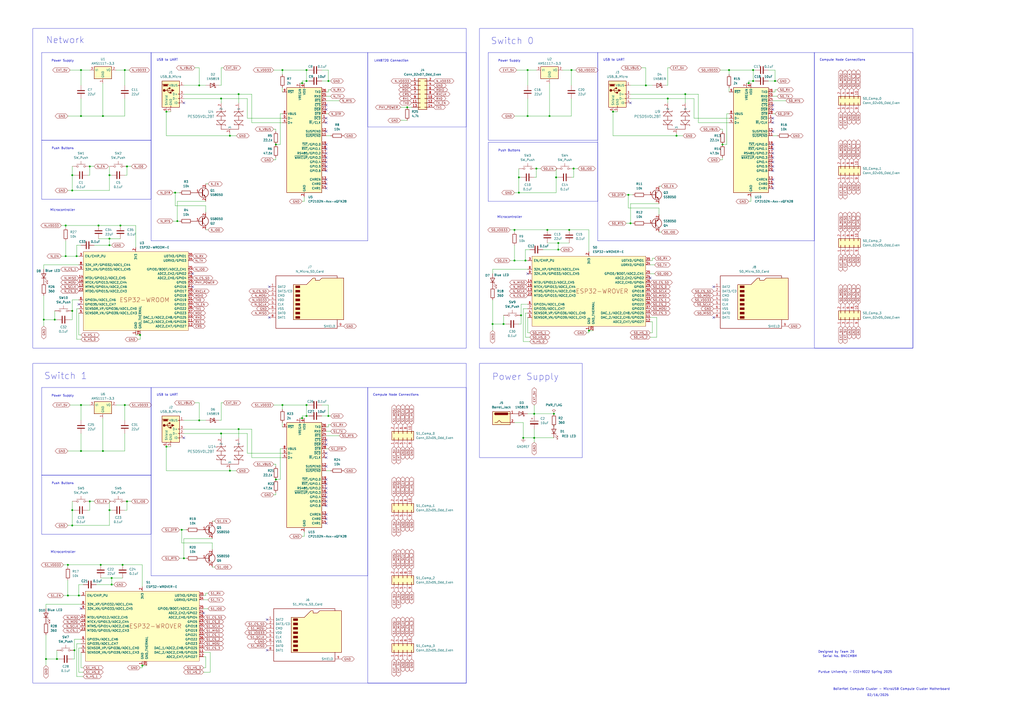
<source format=kicad_sch>
(kicad_sch (version 20250114) (generator "eeschema") (generator_version "9.0")
  (paper "A2")
  (rectangle (start 19.05 16.51) (end 270.51 201.93))
  (rectangle (start 24.13 224.79) (end 87.63 275.59))
  (rectangle (start 24.13 30.48) (end 87.63 81.28))
  (rectangle (start 24.13 275.59) (end 87.63 309.88))
  (rectangle (start 472.44 30.48) (end 529.59 201.93))
  (rectangle (start 24.13 81.28) (end 87.63 115.57))
  (rectangle (start 213.36 30.48) (end 270.51 73.66))
  (rectangle (start 283.21 30.48) (end 346.71 81.28))
  (rectangle (start 87.63 30.48) (end 213.36 139.7))
  (rectangle (start 19.05 210.82) (end 270.51 396.24))
  (rectangle (start 278.13 16.51) (end 529.59 201.93))
  (rectangle (start 213.36 224.79) (end 270.51 396.24))
  (rectangle (start 346.71 30.48) (end 472.44 139.7))
  (rectangle (start 283.21 82.55) (end 346.71 116.84))
  (rectangle (start 87.63 224.79) (end 213.36 334.01))
  (rectangle (start 278.13 210.82) (end 337.82 265.43))
  (text "Power Supply\n" (at 295.402 35.306 0) (effects (font (size 1.27 1.27))))
  (text "Microcontroller" (at 36.576 320.294 0) (effects (font (size 1.27 1.27))))
  (text "Microcontroller" (at 295.656 125.984 0) (effects (font (size 1.27 1.27))))
  (text "Designed by Team 20" (at 485.14 378.206 0) (effects (font (size 1.27 1.27))))
  (text "USB to UART" (at 97.028 229.108 0) (effects (font (size 1.27 1.27))))
  (text "Power Supply\n" (at 36.322 35.306 0) (effects (font (size 1.27 1.27))))
  (text "Push Buttons" (at 36.322 86.106 0) (effects (font (size 1.27 1.27))))
  (text "Compute Node Connections" (at 229.616 229.108 0) (effects (font (size 1.27 1.27))))
  (text "Push Buttons" (at 295.402 87.376 0) (effects (font (size 1.27 1.27))))
  (text "Power Supply" (at 304.8 218.694 0) (effects (font (size 3.81 3.81))))
  (text "Serial No. BNCCMBM" (at 487.172 380.746 0) (effects (font (size 1.27 1.27))))
  (text "Switch 0" (at 297.18 23.876 0) (effects (font (size 3.81 3.81))))
  (text "USB to UART" (at 356.108 34.798 0) (effects (font (size 1.27 1.27))))
  (text "Switch 1" (at 38.1 218.186 0) (effects (font (size 3.81 3.81))))
  (text "02/16/2025\n" (at 509.27 403.352 0) (effects (font (size 1.27 1.27))))
  (text "Compute Node Connections" (at 488.696 34.798 0) (effects (font (size 1.27 1.27))))
  (text "Power Supply\n" (at 36.322 229.616 0) (effects (font (size 1.27 1.27))))
  (text "USB to UART" (at 97.028 34.798 0) (effects (font (size 1.27 1.27))))
  (text "Network" (at 37.846 23.368 0) (effects (font (size 3.81 3.81))))
  (text "BoilerNet Compute Cluster - MicroUSB Compute Cluster Motherboard" (at 517.144 399.796 0) (effects (font (size 1.27 1.27))))
  (text "LAN8720 Connection\n" (at 227.076 35.306 0) (effects (font (size 1.27 1.27))))
  (text "Push Buttons" (at 36.322 280.416 0) (effects (font (size 1.27 1.27))))
  (text "Microcontroller" (at 36.322 121.92 0) (effects (font (size 1.27 1.27))))
  (text "Purdue University - ECE49022 Spring 2025" (at 496.062 389.89 0) (effects (font (size 1.27 1.27))))
  (junction (at 31.75 185.42))
  (junction (at 63.5 142.24))
  (junction (at 318.77 67.31))
  (junction (at 392.43 78.74))
  (junction (at 332.74 97.79))
  (junction (at 73.66 290.83))
  (junction (at 177.8 46.99))
  (junction (at 115.57 49.53))
  (junction (at 41.91 180.34))
  (junction (at 300.99 102.87))
  (junction (at 96.52 64.77))
  (junction (at 133.35 273.05))
  (junction (at 128.27 57.15))
  (junction (at 102.87 128.27))
  (junction (at 317.5 133.35))
  (junction (at 52.07 96.52))
  (junction (at 330.2 133.35))
  (junction (at 57.15 130.81))
  (junction (at 59.69 67.31))
  (junction (at 63.5 101.6))
  (junction (at 128.27 251.46))
  (junction (at 33.02 382.27))
  (junction (at 39.37 345.44))
  (junction (at 41.91 101.6))
  (junction (at 44.45 148.59))
  (junction (at 69.85 130.81))
  (junction (at 365.76 129.54))
  (junction (at 355.6 64.77))
  (junction (at 387.35 57.15))
  (junction (at 39.37 327.66))
  (junction (at 436.88 46.99))
  (junction (at 298.45 133.35))
  (junction (at 434.34 48.26))
  (junction (at 163.83 40.64))
  (junction (at 96.52 259.08))
  (junction (at 52.07 290.83))
  (junction (at 63.5 295.91))
  (junction (at 177.8 241.3))
  (junction (at 38.1 130.81))
  (junction (at 302.26 182.88))
  (junction (at 38.1 148.59))
  (junction (at 133.35 78.74))
  (junction (at 190.5 241.3))
  (junction (at 26.67 382.27))
  (junction (at 419.1 83.82))
  (junction (at 309.88 254))
  (junction (at 41.91 295.91))
  (junction (at 298.45 151.13))
  (junction (at 73.66 96.52))
  (junction (at 175.26 48.26))
  (junction (at 43.18 377.19))
  (junction (at 41.91 110.49))
  (junction (at 46.99 261.62))
  (junction (at 160.02 278.13))
  (junction (at 190.5 46.99))
  (junction (at 101.6 111.76))
  (junction (at 300.99 111.76))
  (junction (at 46.99 67.31))
  (junction (at 304.8 151.13))
  (junction (at 106.68 323.85))
  (junction (at 81.28 194.31))
  (junction (at 138.43 54.61))
  (junction (at 59.69 261.62))
  (junction (at 292.1 187.96))
  (junction (at 64.77 339.09))
  (junction (at 309.88 240.03))
  (junction (at 160.02 83.82))
  (junction (at 236.22 62.23))
  (junction (at 303.53 254))
  (junction (at 25.4 185.42))
  (junction (at 41.91 304.8))
  (junction (at 374.65 49.53))
  (junction (at 72.39 40.64))
  (junction (at 306.07 40.64))
  (junction (at 436.88 40.64))
  (junction (at 46.99 234.95))
  (junction (at 341.63 191.77))
  (junction (at 323.85 144.78))
  (junction (at 45.72 345.44))
  (junction (at 306.07 67.31))
  (junction (at 64.77 335.28))
  (junction (at 364.49 113.03))
  (junction (at 138.43 248.92))
  (junction (at 397.51 54.61))
  (junction (at 175.26 242.57))
  (junction (at 323.85 140.97))
  (junction (at 177.8 40.64))
  (junction (at 311.15 97.79))
  (junction (at 46.99 40.64))
  (junction (at 285.75 187.96))
  (junction (at 82.55 386.08))
  (junction (at 71.12 327.66))
  (junction (at 58.42 327.66))
  (junction (at 105.41 307.34))
  (junction (at 422.91 40.64))
  (junction (at 63.5 138.43))
  (junction (at 321.31 240.03))
  (junction (at 177.8 234.95))
  (junction (at 115.57 243.84))
  (junction (at 322.58 102.87))
  (junction (at 331.47 40.64))
  (junction (at 163.83 234.95))
  (junction (at 72.39 234.95))
  (junction (at 449.58 46.99))
  (no_connect (at 189.23 99.06))
  (no_connect (at 46.99 353.06))
  (no_connect (at 189.23 280.67))
  (no_connect (at 189.23 300.99))
  (no_connect (at 189.23 262.89))
  (no_connect (at 189.23 83.82))
  (no_connect (at 111.76 158.75))
  (no_connect (at 111.76 166.37))
  (no_connect (at 189.23 63.5))
  (no_connect (at 189.23 68.58))
  (no_connect (at 189.23 255.27))
  (no_connect (at 189.23 86.36))
  (no_connect (at 189.23 71.12))
  (no_connect (at 189.23 96.52))
  (no_connect (at 189.23 257.81))
  (no_connect (at 448.31 63.5))
  (no_connect (at 189.23 283.21))
  (no_connect (at 448.31 71.12))
  (no_connect (at 189.23 288.29))
  (no_connect (at 448.31 96.52))
  (no_connect (at 448.31 88.9))
  (no_connect (at 448.31 76.2))
  (no_connect (at 448.31 93.98))
  (no_connect (at 106.68 59.69))
  (no_connect (at 156.21 184.15))
  (no_connect (at 365.76 59.69))
  (no_connect (at 448.31 91.44))
  (no_connect (at 189.23 76.2))
  (no_connect (at 156.21 166.37))
  (no_connect (at 377.19 161.29))
  (no_connect (at 306.07 158.75))
  (no_connect (at 448.31 99.06))
  (no_connect (at 414.02 166.37))
  (no_connect (at 189.23 106.68))
  (no_connect (at 189.23 104.14))
  (no_connect (at 189.23 290.83))
  (no_connect (at 189.23 60.96))
  (no_connect (at 154.94 377.19))
  (no_connect (at 189.23 88.9))
  (no_connect (at 45.72 176.53))
  (no_connect (at 414.02 184.15))
  (no_connect (at 106.68 254))
  (no_connect (at 118.11 355.6))
  (no_connect (at 189.23 265.43))
  (no_connect (at 154.94 359.41))
  (no_connect (at 448.31 104.14))
  (no_connect (at 448.31 60.96))
  (no_connect (at 448.31 68.58))
  (no_connect (at 448.31 106.68))
  (no_connect (at 189.23 270.51))
  (no_connect (at 448.31 83.82))
  (no_connect (at 189.23 93.98))
  (no_connect (at 189.23 278.13))
  (no_connect (at 189.23 293.37))
  (no_connect (at 448.31 109.22))
  (no_connect (at 189.23 298.45))
  (no_connect (at 189.23 109.22))
  (no_connect (at 448.31 86.36))
  (no_connect (at 189.23 303.53))
  (no_connect (at 189.23 91.44))
  (no_connect (at 189.23 285.75))
  (wire (pts (xy 177.8 241.3) (xy 179.07 241.3)))
  (wire (pts (xy 41.91 101.6) (xy 43.18 101.6)))
  (wire (pts (xy 128.27 243.84) (xy 128.27 233.68)))
  (wire (pts (xy 72.39 234.95) (xy 74.93 234.95)))
  (wire (pts (xy 41.91 304.8) (xy 63.5 304.8)))
  (wire (pts (xy 176.53 311.15) (xy 175.26 311.15)))
  (wire (pts (xy 298.45 133.35) (xy 317.5 133.35)))
  (wire (pts (xy 374.65 49.53) (xy 378.46 49.53)))
  (wire (pts (xy 163.83 40.64) (xy 177.8 40.64)))
  (wire (pts (xy 45.72 345.44) (xy 46.99 345.44)))
  (wire (pts (xy 307.34 193.04) (xy 306.07 193.04)))
  (wire (pts (xy 285.75 187.96) (xy 285.75 173.99)))
  (wire (pts (xy 449.58 46.99) (xy 450.85 46.99)))
  (wire (pts (xy 332.74 102.87) (xy 331.47 102.87)))
  (wire (pts (xy 323.85 140.97) (xy 330.2 140.97)))
  (wire (pts (xy 121.92 389.89) (xy 118.11 389.89)))
  (wire (pts (xy 106.68 243.84) (xy 115.57 243.84)))
  (wire (pts (xy 379.73 158.75) (xy 377.19 158.75)))
  (wire (pts (xy 162.56 260.35) (xy 163.83 260.35)))
  (wire (pts (xy 379.73 153.67) (xy 377.19 153.67)))
  (wire (pts (xy 81.28 194.31) (xy 81.28 196.85)))
  (wire (pts (xy 304.8 181.61) (xy 306.07 181.61)))
  (wire (pts (xy 298.45 67.31) (xy 306.07 67.31)))
  (wire (pts (xy 45.72 339.09) (xy 45.72 345.44)))
  (wire (pts (xy 102.87 128.27) (xy 104.14 128.27)))
  (wire (pts (xy 72.39 251.46) (xy 72.39 261.62)))
  (wire (pts (xy 177.8 46.99) (xy 179.07 46.99)))
  (wire (pts (xy 449.58 46.99) (xy 445.77 46.99)))
  (wire (pts (xy 96.52 273.05) (xy 133.35 273.05)))
  (wire (pts (xy 54.61 142.24) (xy 63.5 142.24)))
  (wire (pts (xy 128.27 233.68) (xy 129.54 233.68)))
  (wire (pts (xy 306.07 176.53) (xy 302.26 176.53)))
  (wire (pts (xy 46.99 251.46) (xy 46.99 261.62)))
  (wire (pts (xy 121.92 378.46) (xy 121.92 389.89)))
  (wire (pts (xy 332.74 97.79) (xy 332.74 102.87)))
  (wire (pts (xy 138.43 54.61) (xy 146.05 54.61)))
  (wire (pts (xy 146.05 71.12) (xy 163.83 71.12)))
  (wire (pts (xy 382.27 107.95) (xy 383.54 107.95)))
  (wire (pts (xy 59.69 261.62) (xy 72.39 261.62)))
  (wire (pts (xy 300.99 187.96) (xy 302.26 187.96)))
  (wire (pts (xy 190.5 246.38) (xy 191.77 246.38)))
  (wire (pts (xy 118.11 381) (xy 119.38 381)))
  (wire (pts (xy 405.13 71.12) (xy 422.91 71.12)))
  (wire (pts (xy 232.41 62.23) (xy 236.22 62.23)))
  (wire (pts (xy 38.1 130.81) (xy 38.1 132.08)))
  (wire (pts (xy 73.66 295.91) (xy 72.39 295.91)))
  (wire (pts (xy 106.68 248.92) (xy 138.43 248.92)))
  (wire (pts (xy 82.55 386.08) (xy 82.55 387.35)))
  (wire (pts (xy 190.5 260.35) (xy 189.23 260.35)))
  (wire (pts (xy 46.99 49.53) (xy 46.99 40.64)))
  (wire (pts (xy 455.93 58.42) (xy 448.31 58.42)))
  (wire (pts (xy 104.14 323.85) (xy 106.68 323.85)))
  (wire (pts (xy 119.38 133.35) (xy 120.65 133.35)))
  (wire (pts (xy 189.23 53.34) (xy 190.5 53.34)))
  (wire (pts (xy 38.1 130.81) (xy 57.15 130.81)))
  (wire (pts (xy 331.47 40.64) (xy 334.01 40.64)))
  (wire (pts (xy 309.88 254) (xy 309.88 256.54)))
  (wire (pts (xy 365.76 54.61) (xy 397.51 54.61)))
  (wire (pts (xy 160.02 91.44) (xy 160.02 92.71)))
  (wire (pts (xy 96.52 78.74) (xy 133.35 78.74)))
  (wire (pts (xy 46.99 243.84) (xy 46.99 234.95)))
  (wire (pts (xy 118.11 387.35) (xy 119.38 387.35)))
  (wire (pts (xy 101.6 119.38) (xy 101.6 111.76)))
  (wire (pts (xy 309.88 240.03) (xy 309.88 241.3)))
  (wire (pts (xy 46.99 196.85) (xy 44.45 196.85)))
  (wire (pts (xy 365.76 57.15) (xy 387.35 57.15)))
  (wire (pts (xy 137.16 78.74) (xy 133.35 78.74)))
  (wire (pts (xy 41.91 110.49) (xy 41.91 101.6)))
  (wire (pts (xy 314.96 144.78) (xy 323.85 144.78)))
  (wire (pts (xy 300.99 102.87) (xy 302.26 102.87)))
  (wire (pts (xy 39.37 336.55) (xy 39.37 345.44)))
  (wire (pts (xy 175.26 242.57) (xy 176.53 242.57)))
  (wire (pts (xy 191.77 250.19) (xy 189.23 250.19)))
  (wire (pts (xy 163.83 234.95) (xy 163.83 237.49)))
  (wire (pts (xy 177.8 241.3) (xy 177.8 234.95)))
  (wire (pts (xy 128.27 243.84) (xy 127 243.84)))
  (wire (pts (xy 190.5 247.65) (xy 190.5 246.38)))
  (wire (pts (xy 63.5 110.49) (xy 63.5 101.6)))
  (wire (pts (xy 128.27 49.53) (xy 128.27 39.37)))
  (wire (pts (xy 292.1 187.96) (xy 292.1 182.88)))
  (wire (pts (xy 382.27 124.46) (xy 382.27 120.65)))
  (wire (pts (xy 450.85 55.88) (xy 448.31 55.88)))
  (wire (pts (xy 39.37 110.49) (xy 41.91 110.49)))
  (wire (pts (xy 434.34 46.99) (xy 436.88 46.99)))
  (wire (pts (xy 317.5 133.35) (xy 330.2 133.35)))
  (wire (pts (xy 449.58 66.04) (xy 448.31 66.04)))
  (wire (pts (xy 52.07 290.83) (xy 52.07 295.91)))
  (wire (pts (xy 160.02 92.71) (xy 158.75 92.71)))
  (wire (pts (xy 298.45 245.11) (xy 303.53 245.11)))
  (wire (pts (xy 137.16 273.05) (xy 133.35 273.05)))
  (wire (pts (xy 163.83 50.8) (xy 163.83 53.34)))
  (wire (pts (xy 309.88 240.03) (xy 321.31 240.03)))
  (wire (pts (xy 119.38 345.44) (xy 118.11 345.44)))
  (wire (pts (xy 382.27 120.65) (xy 364.49 120.65)))
  (wire (pts (xy 63.5 101.6) (xy 64.77 101.6)))
  (wire (pts (xy 101.6 111.76) (xy 104.14 111.76)))
  (wire (pts (xy 160.02 287.02) (xy 158.75 287.02)))
  (wire (pts (xy 72.39 40.64) (xy 74.93 40.64)))
  (wire (pts (xy 434.34 48.26) (xy 435.61 48.26)))
  (wire (pts (xy 387.35 57.15) (xy 387.35 59.69)))
  (wire (pts (xy 378.46 149.86) (xy 378.46 151.13)))
  (wire (pts (xy 381 184.15) (xy 381 195.58)))
  (wire (pts (xy 158.75 40.64) (xy 163.83 40.64)))
  (wire (pts (xy 38.1 139.7) (xy 38.1 148.59)))
  (wire (pts (xy 307.34 195.58) (xy 304.8 195.58)))
  (wire (pts (xy 377.19 184.15) (xy 381 184.15)))
  (wire (pts (xy 25.4 185.42) (xy 31.75 185.42)))
  (wire (pts (xy 421.64 66.04) (xy 421.64 83.82)))
  (wire (pts (xy 295.91 133.35) (xy 298.45 133.35)))
  (wire (pts (xy 96.52 64.77) (xy 96.52 78.74)))
  (wire (pts (xy 448.31 78.74) (xy 450.85 78.74)))
  (wire (pts (xy 45.72 375.92) (xy 46.99 375.92)))
  (wire (pts (xy 67.31 234.95) (xy 72.39 234.95)))
  (wire (pts (xy 190.5 234.95) (xy 190.5 241.3)))
  (wire (pts (xy 236.22 62.23) (xy 238.76 62.23)))
  (wire (pts (xy 298.45 151.13) (xy 304.8 151.13)))
  (wire (pts (xy 160.02 74.93) (xy 160.02 76.2)))
  (wire (pts (xy 435.61 114.3) (xy 435.61 116.84)))
  (wire (pts (xy 73.66 96.52) (xy 76.2 96.52)))
  (wire (pts (xy 26.67 382.27) (xy 26.67 368.3)))
  (wire (pts (xy 355.6 64.77) (xy 358.14 64.77)))
  (wire (pts (xy 175.26 242.57) (xy 175.26 241.3)))
  (wire (pts (xy 63.5 290.83) (xy 63.5 295.91)))
  (wire (pts (xy 115.57 243.84) (xy 119.38 243.84)))
  (wire (pts (xy 106.68 49.53) (xy 115.57 49.53)))
  (wire (pts (xy 73.66 101.6) (xy 72.39 101.6)))
  (wire (pts (xy 158.75 234.95) (xy 163.83 234.95)))
  (wire (pts (xy 175.26 48.26) (xy 176.53 48.26)))
  (wire (pts (xy 46.99 194.31) (xy 45.72 194.31)))
  (wire (pts (xy 190.5 40.64) (xy 190.5 46.99)))
  (wire (pts (xy 377.19 186.69) (xy 378.46 186.69)))
  (wire (pts (xy 43.18 382.27) (xy 43.18 377.19)))
  (wire (pts (xy 80.01 196.85) (xy 81.28 196.85)))
  (wire (pts (xy 190.5 52.07) (xy 191.77 52.07)))
  (wire (pts (xy 162.56 278.13) (xy 160.02 278.13)))
  (wire (pts (xy 363.22 129.54) (xy 365.76 129.54)))
  (wire (pts (xy 397.51 54.61) (xy 405.13 54.61)))
  (wire (pts (xy 422.91 40.64) (xy 422.91 43.18)))
  (wire (pts (xy 321.31 247.65) (xy 321.31 246.38)))
  (wire (pts (xy 309.88 254) (xy 321.31 254)))
  (wire (pts (xy 158.75 74.93) (xy 160.02 74.93)))
  (wire (pts (xy 106.68 251.46) (xy 128.27 251.46)))
  (wire (pts (xy 378.46 151.13) (xy 377.19 151.13)))
  (wire (pts (xy 299.72 40.64) (xy 306.07 40.64)))
  (wire (pts (xy 46.99 350.52) (xy 26.67 350.52)))
  (wire (pts (xy 46.99 373.38) (xy 44.45 373.38)))
  (wire (pts (xy 133.35 271.78) (xy 133.35 273.05)))
  (wire (pts (xy 63.5 295.91) (xy 64.77 295.91)))
  (wire (pts (xy 39.37 345.44) (xy 45.72 345.44)))
  (wire (pts (xy 113.03 39.37) (xy 115.57 39.37)))
  (wire (pts (xy 81.28 387.35) (xy 82.55 387.35)))
  (wire (pts (xy 306.07 57.15) (xy 306.07 67.31)))
  (wire (pts (xy 120.65 347.98) (xy 118.11 347.98)))
  (wire (pts (xy 176.53 114.3) (xy 176.53 116.84)))
  (wire (pts (xy 318.77 67.31) (xy 331.47 67.31)))
  (wire (pts (xy 162.56 66.04) (xy 162.56 83.82)))
  (wire (pts (xy 311.15 102.87) (xy 309.88 102.87)))
  (wire (pts (xy 25.4 185.42) (xy 25.4 171.45)))
  (wire (pts (xy 35.56 130.81) (xy 38.1 130.81)))
  (wire (pts (xy 382.27 134.62) (xy 383.54 134.62)))
  (wire (pts (xy 190.5 241.3) (xy 191.77 241.3)))
  (wire (pts (xy 303.53 254) (xy 309.88 254)))
  (wire (pts (xy 26.67 386.08) (xy 26.67 382.27)))
  (wire (pts (xy 190.5 46.99) (xy 191.77 46.99)))
  (wire (pts (xy 78.74 194.31) (xy 81.28 194.31)))
  (wire (pts (xy 163.83 245.11) (xy 163.83 247.65)))
  (wire (pts (xy 46.99 387.35) (xy 46.99 378.46)))
  (wire (pts (xy 44.45 142.24) (xy 44.45 148.59)))
  (wire (pts (xy 119.38 344.17) (xy 119.38 345.44)))
  (wire (pts (xy 445.77 40.64) (xy 449.58 40.64)))
  (wire (pts (xy 325.12 144.78) (xy 323.85 144.78)))
  (wire (pts (xy 309.88 248.92) (xy 309.88 254)))
  (wire (pts (xy 331.47 57.15) (xy 331.47 67.31)))
  (wire (pts (xy 44.45 179.07) (xy 45.72 179.07)))
  (wire (pts (xy 372.11 39.37) (xy 374.65 39.37)))
  (wire (pts (xy 123.19 318.77) (xy 123.19 314.96)))
  (wire (pts (xy 449.58 40.64) (xy 449.58 46.99)))
  (wire (pts (xy 175.26 241.3) (xy 177.8 241.3)))
  (wire (pts (xy 295.91 151.13) (xy 298.45 151.13)))
  (wire (pts (xy 102.87 116.84) (xy 119.38 116.84)))
  (wire (pts (xy 46.99 57.15) (xy 46.99 67.31)))
  (wire (pts (xy 421.64 83.82) (xy 419.1 83.82)))
  (wire (pts (xy 448.31 53.34) (xy 449.58 53.34)))
  (wire (pts (xy 100.33 111.76) (xy 101.6 111.76)))
  (wire (pts (xy 186.69 234.95) (xy 190.5 234.95)))
  (wire (pts (xy 72.39 243.84) (xy 72.39 234.95)))
  (wire (pts (xy 163.83 40.64) (xy 163.83 43.18)))
  (wire (pts (xy 26.67 382.27) (xy 33.02 382.27)))
  (wire (pts (xy 355.6 78.74) (xy 392.43 78.74)))
  (wire (pts (xy 123.19 302.26) (xy 124.46 302.26)))
  (wire (pts (xy 128.27 39.37) (xy 129.54 39.37)))
  (wire (pts (xy 59.69 242.57) (xy 59.69 261.62)))
  (wire (pts (xy 48.26 389.89) (xy 45.72 389.89)))
  (wire (pts (xy 306.07 40.64) (xy 311.15 40.64)))
  (wire (pts (xy 59.69 67.31) (xy 72.39 67.31)))
  (wire (pts (xy 46.99 67.31) (xy 59.69 67.31)))
  (wire (pts (xy 100.33 128.27) (xy 102.87 128.27)))
  (wire (pts (xy 73.66 96.52) (xy 73.66 101.6)))
  (wire (pts (xy 341.63 191.77) (xy 341.63 193.04)))
  (wire (pts (xy 160.02 285.75) (xy 160.02 287.02)))
  (wire (pts (xy 309.88 234.95) (xy 309.88 240.03)))
  (wire (pts (xy 176.53 308.61) (xy 176.53 311.15)))
  (wire (pts (xy 363.22 113.03) (xy 364.49 113.03)))
  (wire (pts (xy 419.1 74.93) (xy 419.1 76.2)))
  (wire (pts (xy 387.35 57.15) (xy 402.59 57.15)))
  (wire (pts (xy 45.72 153.67) (xy 25.4 153.67)))
  (wire (pts (xy 115.57 39.37) (xy 115.57 49.53)))
  (wire (pts (xy 57.15 138.43) (xy 63.5 138.43)))
  (wire (pts (xy 63.5 142.24) (xy 63.5 138.43)))
  (wire (pts (xy 355.6 64.77) (xy 355.6 78.74)))
  (wire (pts (xy 162.56 66.04) (xy 163.83 66.04)))
  (wire (pts (xy 285.75 187.96) (xy 292.1 187.96)))
  (wire (pts (xy 138.43 54.61) (xy 138.43 59.69)))
  (wire (pts (xy 41.91 304.8) (xy 41.91 295.91)))
  (wire (pts (xy 46.99 234.95) (xy 52.07 234.95)))
  (wire (pts (xy 340.36 193.04) (xy 341.63 193.04)))
  (wire (pts (xy 119.38 381) (xy 119.38 387.35)))
  (wire (pts (xy 332.74 97.79) (xy 335.28 97.79)))
  (wire (pts (xy 69.85 130.81) (xy 78.74 130.81)))
  (wire (pts (xy 52.07 96.52) (xy 54.61 96.52)))
  (wire (pts (xy 303.53 198.12) (xy 307.34 198.12)))
  (wire (pts (xy 52.07 101.6) (xy 50.8 101.6)))
  (wire (pts (xy 105.41 307.34) (xy 107.95 307.34)))
  (wire (pts (xy 306.07 179.07) (xy 303.53 179.07)))
  (wire (pts (xy 365.76 49.53) (xy 374.65 49.53)))
  (wire (pts (xy 119.38 106.68) (xy 120.65 106.68)))
  (wire (pts (xy 173.99 48.26) (xy 175.26 48.26)))
  (wire (pts (xy 232.41 69.85) (xy 236.22 69.85)))
  (wire (pts (xy 322.58 111.76) (xy 322.58 102.87)))
  (wire (pts (xy 402.59 68.58) (xy 422.91 68.58)))
  (wire (pts (xy 189.23 273.05) (xy 191.77 273.05)))
  (wire (pts (xy 118.11 378.46) (xy 121.92 378.46)))
  (wire (pts (xy 58.42 327.66) (xy 71.12 327.66)))
  (wire (pts (xy 379.73 149.86) (xy 378.46 149.86)))
  (wire (pts (xy 33.02 382.27) (xy 33.02 377.19)))
  (wire (pts (xy 33.02 185.42) (xy 31.75 185.42)))
  (wire (pts (xy 392.43 77.47) (xy 392.43 78.74)))
  (wire (pts (xy 41.91 290.83) (xy 41.91 295.91)))
  (wire (pts (xy 143.51 262.89) (xy 163.83 262.89)))
  (wire (pts (xy 422.91 50.8) (xy 422.91 53.34)))
  (wire (pts (xy 365.76 129.54) (xy 367.03 129.54)))
  (wire (pts (xy 387.35 39.37) (xy 388.62 39.37)))
  (wire (pts (xy 36.83 345.44) (xy 39.37 345.44)))
  (wire (pts (xy 41.91 96.52) (xy 41.91 101.6)))
  (wire (pts (xy 377.19 193.04) (xy 378.46 193.04)))
  (wire (pts (xy 71.12 327.66) (xy 82.55 327.66)))
  (wire (pts (xy 64.77 335.28) (xy 71.12 335.28)))
  (wire (pts (xy 34.29 382.27) (xy 33.02 382.27)))
  (wire (pts (xy 158.75 269.24) (xy 160.02 269.24)))
  (wire (pts (xy 306.07 49.53) (xy 306.07 40.64)))
  (wire (pts (xy 306.07 67.31) (xy 318.77 67.31)))
  (wire (pts (xy 303.53 245.11) (xy 303.53 254)))
  (wire (pts (xy 31.75 185.42) (xy 31.75 180.34)))
  (wire (pts (xy 39.37 327.66) (xy 39.37 328.93)))
  (wire (pts (xy 105.41 314.96) (xy 105.41 307.34)))
  (wire (pts (xy 52.07 96.52) (xy 52.07 101.6)))
  (wire (pts (xy 48.26 387.35) (xy 46.99 387.35)))
  (wire (pts (xy 123.19 328.93) (xy 124.46 328.93)))
  (wire (pts (xy 41.91 382.27) (xy 43.18 382.27)))
  (wire (pts (xy 433.07 48.26) (xy 434.34 48.26)))
  (wire (pts (xy 417.83 40.64) (xy 422.91 40.64)))
  (wire (pts (xy 63.5 96.52) (xy 63.5 101.6)))
  (wire (pts (xy 322.58 102.87) (xy 323.85 102.87)))
  (wire (pts (xy 285.75 191.77) (xy 285.75 187.96)))
  (wire (pts (xy 302.26 187.96) (xy 302.26 182.88)))
  (wire (pts (xy 175.26 46.99) (xy 177.8 46.99)))
  (wire (pts (xy 381 195.58) (xy 377.19 195.58)))
  (wire (pts (xy 162.56 83.82) (xy 160.02 83.82)))
  (wire (pts (xy 175.26 48.26) (xy 175.26 46.99)))
  (wire (pts (xy 73.66 290.83) (xy 73.66 295.91)))
  (wire (pts (xy 96.52 64.77) (xy 99.06 64.77)))
  (wire (pts (xy 298.45 142.24) (xy 298.45 151.13)))
  (wire (pts (xy 435.61 116.84) (xy 434.34 116.84)))
  (wire (pts (xy 176.53 116.84) (xy 175.26 116.84)))
  (wire (pts (xy 293.37 187.96) (xy 292.1 187.96)))
  (wire (pts (xy 44.45 373.38) (xy 44.45 392.43)))
  (wire (pts (xy 306.07 156.21) (xy 285.75 156.21)))
  (wire (pts (xy 341.63 191.77) (xy 344.17 191.77)))
  (wire (pts (xy 422.91 40.64) (xy 436.88 40.64)))
  (wire (pts (xy 298.45 111.76) (xy 300.99 111.76)))
  (wire (pts (xy 44.45 392.43) (xy 48.26 392.43)))
  (wire (pts (xy 106.68 57.15) (xy 128.27 57.15)))
  (wire (pts (xy 146.05 54.61) (xy 146.05 71.12)))
  (wire (pts (xy 39.37 67.31) (xy 46.99 67.31)))
  (wire (pts (xy 40.64 185.42) (xy 41.91 185.42)))
  (wire (pts (xy 58.42 335.28) (xy 64.77 335.28)))
  (wire (pts (xy 397.51 54.61) (xy 397.51 59.69)))
  (wire (pts (xy 387.35 49.53) (xy 386.08 49.53)))
  (wire (pts (xy 196.85 58.42) (xy 189.23 58.42)))
  (wire (pts (xy 374.65 39.37) (xy 374.65 49.53)))
  (wire (pts (xy 36.83 327.66) (xy 39.37 327.66)))
  (wire (pts (xy 303.53 179.07) (xy 303.53 198.12)))
  (wire (pts (xy 106.68 312.42) (xy 123.19 312.42)))
  (wire (pts (xy 102.87 116.84) (xy 102.87 128.27)))
  (wire (pts (xy 331.47 49.53) (xy 331.47 40.64)))
  (wire (pts (xy 304.8 195.58) (xy 304.8 181.61)))
  (wire (pts (xy 41.91 185.42) (xy 41.91 180.34)))
  (wire (pts (xy 82.55 386.08) (xy 85.09 386.08)))
  (wire (pts (xy 41.91 173.99) (xy 41.91 180.34)))
  (wire (pts (xy 341.63 133.35) (xy 341.63 146.05)))
  (wire (pts (xy 25.4 153.67) (xy 25.4 156.21)))
  (wire (pts (xy 173.99 242.57) (xy 175.26 242.57)))
  (wire (pts (xy 120.65 353.06) (xy 118.11 353.06)))
  (wire (pts (xy 57.15 130.81) (xy 69.85 130.81)))
  (wire (pts (xy 138.43 248.92) (xy 146.05 248.92)))
  (wire (pts (xy 104.14 307.34) (xy 105.41 307.34)))
  (wire (pts (xy 419.1 91.44) (xy 419.1 92.71)))
  (wire (pts (xy 330.2 133.35) (xy 341.63 133.35)))
  (wire (pts (xy 190.5 46.99) (xy 186.69 46.99)))
  (wire (pts (xy 39.37 304.8) (xy 41.91 304.8)))
  (wire (pts (xy 143.51 68.58) (xy 163.83 68.58)))
  (wire (pts (xy 196.85 252.73) (xy 189.23 252.73)))
  (wire (pts (xy 64.77 142.24) (xy 63.5 142.24)))
  (wire (pts (xy 46.99 261.62) (xy 59.69 261.62)))
  (wire (pts (xy 59.69 48.26) (xy 59.69 67.31)))
  (wire (pts (xy 113.03 233.68) (xy 115.57 233.68)))
  (wire (pts (xy 46.99 40.64) (xy 52.07 40.64)))
  (wire (pts (xy 43.18 370.84) (xy 43.18 377.19)))
  (wire (pts (xy 128.27 251.46) (xy 128.27 254)))
  (wire (pts (xy 436.88 46.99) (xy 438.15 46.99)))
  (wire (pts (xy 190.5 53.34) (xy 190.5 52.07)))
  (wire (pts (xy 189.23 247.65) (xy 190.5 247.65)))
  (wire (pts (xy 46.99 142.24) (xy 44.45 142.24)))
  (wire (pts (xy 449.58 52.07) (xy 450.85 52.07)))
  (wire (pts (xy 189.23 78.74) (xy 191.77 78.74)))
  (wire (pts (xy 115.57 49.53) (xy 119.38 49.53)))
  (wire (pts (xy 365.76 118.11) (xy 365.76 129.54)))
  (wire (pts (xy 106.68 54.61) (xy 138.43 54.61)))
  (wire (pts (xy 55.88 339.09) (xy 64.77 339.09)))
  (wire (pts (xy 40.64 234.95) (xy 46.99 234.95)))
  (wire (pts (xy 146.05 248.92) (xy 146.05 265.43)))
  (wire (pts (xy 143.51 251.46) (xy 143.51 262.89)))
  (wire (pts (xy 63.5 304.8) (xy 63.5 295.91)))
  (wire (pts (xy 123.19 314.96) (xy 105.41 314.96)))
  (wire (pts (xy 106.68 323.85) (xy 107.95 323.85)))
  (wire (pts (xy 396.24 78.74) (xy 392.43 78.74)))
  (wire (pts (xy 48.26 339.09) (xy 45.72 339.09)))
  (wire (pts (xy 186.69 40.64) (xy 190.5 40.64)))
  (wire (pts (xy 311.15 97.79) (xy 311.15 102.87)))
  (wire (pts (xy 434.34 48.26) (xy 434.34 46.99)))
  (wire (pts (xy 63.5 138.43) (xy 69.85 138.43)))
  (wire (pts (xy 45.72 194.31) (xy 45.72 181.61)))
  (wire (pts (xy 64.77 339.09) (xy 64.77 335.28)))
  (wire (pts (xy 387.35 49.53) (xy 387.35 39.37)))
  (wire (pts (xy 300.99 111.76) (xy 300.99 102.87)))
  (wire (pts (xy 402.59 57.15) (xy 402.59 68.58)))
  (wire (pts (xy 419.1 92.71) (xy 417.83 92.71)))
  (wire (pts (xy 304.8 151.13) (xy 306.07 151.13)))
  (wire (pts (xy 119.38 119.38) (xy 101.6 119.38)))
  (wire (pts (xy 326.39 40.64) (xy 331.47 40.64)))
  (wire (pts (xy 190.5 66.04) (xy 189.23 66.04)))
  (wire (pts (xy 436.88 46.99) (xy 436.88 40.64)))
  (wire (pts (xy 364.49 113.03) (xy 367.03 113.03)))
  (wire (pts (xy 26.67 350.52) (xy 26.67 353.06)))
  (wire (pts (xy 38.1 148.59) (xy 44.45 148.59)))
  (wire (pts (xy 378.46 186.69) (xy 378.46 193.04)))
  (wire (pts (xy 66.04 339.09) (xy 64.77 339.09)))
  (wire (pts (xy 436.88 40.64) (xy 438.15 40.64)))
  (wire (pts (xy 163.83 234.95) (xy 177.8 234.95)))
  (wire (pts (xy 44.45 196.85) (xy 44.45 179.07)))
  (wire (pts (xy 306.07 240.03) (xy 309.88 240.03)))
  (wire (pts (xy 311.15 97.79) (xy 313.69 97.79)))
  (wire (pts (xy 67.31 40.64) (xy 72.39 40.64)))
  (wire (pts (xy 300.99 97.79) (xy 300.99 102.87)))
  (wire (pts (xy 119.38 123.19) (xy 119.38 119.38)))
  (wire (pts (xy 133.35 77.47) (xy 133.35 78.74)))
  (wire (pts (xy 39.37 261.62) (xy 46.99 261.62)))
  (wire (pts (xy 191.77 55.88) (xy 189.23 55.88)))
  (wire (pts (xy 40.64 40.64) (xy 46.99 40.64)))
  (wire (pts (xy 138.43 248.92) (xy 138.43 254)))
  (wire (pts (xy 365.76 118.11) (xy 382.27 118.11)))
  (wire (pts (xy 177.8 40.64) (xy 179.07 40.64)))
  (wire (pts (xy 306.07 193.04) (xy 306.07 184.15)))
  (wire (pts (xy 449.58 53.34) (xy 449.58 52.07)))
  (wire (pts (xy 72.39 57.15) (xy 72.39 67.31)))
  (wire (pts (xy 78.74 130.81) (xy 78.74 143.51)))
  (wire (pts (xy 73.66 290.83) (xy 76.2 290.83)))
  (wire (pts (xy 304.8 144.78) (xy 304.8 151.13)))
  (wire (pts (xy 82.55 327.66) (xy 82.55 340.36)))
  (wire (pts (xy 162.56 260.35) (xy 162.56 278.13)))
  (wire (pts (xy 39.37 327.66) (xy 58.42 327.66)))
  (wire (pts (xy 177.8 46.99) (xy 177.8 40.64)))
  (wire (pts (xy 285.75 156.21) (xy 285.75 158.75)))
  (wire (pts (xy 115.57 233.68) (xy 115.57 243.84)))
  (wire (pts (xy 417.83 74.93) (xy 419.1 74.93)))
  (wire (pts (xy 120.65 344.17) (xy 119.38 344.17)))
  (wire (pts (xy 128.27 57.15) (xy 143.51 57.15)))
  (wire (pts (xy 317.5 140.97) (xy 323.85 140.97)))
  (wire (pts (xy 322.58 97.79) (xy 322.58 102.87)))
  (wire (pts (xy 41.91 295.91) (xy 43.18 295.91)))
  (wire (pts (xy 146.05 265.43) (xy 163.83 265.43)))
  (wire (pts (xy 300.99 111.76) (xy 322.58 111.76)))
  (wire (pts (xy 96.52 259.08) (xy 99.06 259.08)))
  (wire (pts (xy 72.39 49.53) (xy 72.39 40.64)))
  (wire (pts (xy 143.51 57.15) (xy 143.51 68.58)))
  (wire (pts (xy 44.45 148.59) (xy 45.72 148.59)))
  (wire (pts (xy 25.4 189.23) (xy 25.4 185.42)))
  (wire (pts (xy 35.56 148.59) (xy 38.1 148.59)))
  (wire (pts (xy 307.34 144.78) (xy 304.8 144.78)))
  (wire (pts (xy 52.07 295.91) (xy 50.8 295.91)))
  (wire (pts (xy 52.07 290.83) (xy 54.61 290.83)))
  (wire (pts (xy 421.64 66.04) (xy 422.91 66.04)))
  (wire (pts (xy 323.85 144.78) (xy 323.85 140.97)))
  (wire (pts (xy 177.8 234.95) (xy 179.07 234.95)))
  (wire (pts (xy 46.99 370.84) (xy 43.18 370.84)))
  (wire (pts (xy 190.5 241.3) (xy 186.69 241.3)))
  (wire (pts (xy 45.72 173.99) (xy 41.91 173.99)))
  (wire (pts (xy 41.91 110.49) (xy 63.5 110.49)))
  (wire (pts (xy 96.52 259.08) (xy 96.52 273.05)))
  (wire (pts (xy 302.26 176.53) (xy 302.26 182.88)))
  (wire (pts (xy 45.72 389.89) (xy 45.72 375.92)))
  (wire (pts (xy 128.27 49.53) (xy 127 49.53)))
  (wire (pts (xy 128.27 251.46) (xy 143.51 251.46)))
  (wire (pts (xy 318.77 48.26) (xy 318.77 67.31)))
  (wire (pts (xy 364.49 120.65) (xy 364.49 113.03)))
  (wire (pts (xy 160.02 269.24) (xy 160.02 270.51)))
  (wire (pts (xy 298.45 133.35) (xy 298.45 134.62)))
  (wire (pts (xy 106.68 312.42) (xy 106.68 323.85)))
  (wire (pts (xy 128.27 57.15) (xy 128.27 59.69)))
  (wire (pts (xy 405.13 54.61) (xy 405.13 71.12)))
  (global_label "GND" (shape bidirectional) (at 238.76 300.99 270) (property "Intersheetrefs" "${INTERSHEET_REFS}" (effects (hide yes))))
  (global_label "S0_HS_1" (shape bidirectional) (at 497.84 92.71 90) (property "Intersheetrefs" "${INTERSHEET_REFS}" (effects (hide yes))))
  (global_label "N_VDD33" (shape bidirectional) (at 251.46 46.99 0) (property "Intersheetrefs" "${INTERSHEET_REFS}" (effects (hide yes))))
  (global_label "S0_RX" (shape bidirectional) (at 450.85 52.07 0) (property "Intersheetrefs" "${INTERSHEET_REFS}" (effects (hide yes))))
  (global_label "S1_RTS" (shape bidirectional) (at 104.14 323.85 180) (property "Intersheetrefs" "${INTERSHEET_REFS}" (effects (hide yes))))
  (global_label "GND" (shape bidirectional) (at 340.36 193.04 180) (property "Intersheetrefs" "${INTERSHEET_REFS}" (effects (hide yes))))
  (global_label "EXT_5V" (shape bidirectional) (at 487.68 105.41 270) (property "Intersheetrefs" "${INTERSHEET_REFS}" (effects (hide yes))))
  (global_label "N_RX" (shape bidirectional) (at 191.77 52.07 0) (property "Intersheetrefs" "${INTERSHEET_REFS}" (effects (hide yes))))
  (global_label "PHY_POWER" (shape bidirectional) (at 232.41 62.23 180) (property "Intersheetrefs" "${INTERSHEET_REFS}" (effects (hide yes))))
  (global_label "PHY_POWER" (shape bidirectional) (at 111.76 163.83 0) (property "Intersheetrefs" "${INTERSHEET_REFS}" (effects (hide yes))))
  (global_label "S0_MOSI" (shape bidirectional) (at 487.68 52.07 90) (property "Intersheetrefs" "${INTERSHEET_REFS}" (effects (hide yes))))
  (global_label "GND" (shape bidirectional) (at 298.45 111.76 180) (property "Intersheetrefs" "${INTERSHEET_REFS}" (effects (hide yes))))
  (global_label "N_VBUS" (shape bidirectional) (at 158.75 74.93 180) (property "Intersheetrefs" "${INTERSHEET_REFS}" (effects (hide yes))))
  (global_label "N_CS_0" (shape bidirectional) (at 306.07 171.45 180) (property "Intersheetrefs" "${INTERSHEET_REFS}" (effects (hide yes))))
  (global_label "S0_MOSI" (shape bidirectional) (at 487.68 92.71 90) (property "Intersheetrefs" "${INTERSHEET_REFS}" (effects (hide yes))))
  (global_label "S1_CS_2" (shape bidirectional) (at 118.11 370.84 0) (property "Intersheetrefs" "${INTERSHEET_REFS}" (effects (hide yes))))
  (global_label "S0_CS_2" (shape bidirectional) (at 377.19 176.53 0) (property "Intersheetrefs" "${INTERSHEET_REFS}" (effects (hide yes))))
  (global_label "S0_EN" (shape bidirectional) (at 295.91 151.13 180) (property "Intersheetrefs" "${INTERSHEET_REFS}" (effects (hide yes))))
  (global_label "S1_MOSI" (shape bidirectional) (at 228.6 246.38 90) (property "Intersheetrefs" "${INTERSHEET_REFS}" (effects (hide yes))))
  (global_label "S0_CS_1" (shape bidirectional) (at 495.3 92.71 90) (property "Intersheetrefs" "${INTERSHEET_REFS}" (effects (hide yes))))
  (global_label "S0_MOSI" (shape bidirectional) (at 487.68 176.53 90) (property "Intersheetrefs" "${INTERSHEET_REFS}" (effects (hide yes))))
  (global_label "TX1" (shape bidirectional) (at 111.76 179.07 0) (property "Intersheetrefs" "${INTERSHEET_REFS}" (effects (hide yes))))
  (global_label "GND" (shape bidirectional) (at 450.85 46.99 0) (property "Intersheetrefs" "${INTERSHEET_REFS}" (effects (hide yes))))
  (global_label "EXT_5V" (shape bidirectional) (at 228.6 382.27 270) (property "Intersheetrefs" "${INTERSHEET_REFS}" (effects (hide yes))))
  (global_label "GND" (shape bidirectional) (at 238.76 382.27 270) (property "Intersheetrefs" "${INTERSHEET_REFS}" (effects (hide yes))))
  (global_label "S1_HS_0" (shape bidirectional) (at 238.76 246.38 90) (property "Intersheetrefs" "${INTERSHEET_REFS}" (effects (hide yes))))
  (global_label "N_VDD33" (shape bidirectional) (at 156.21 173.99 180) (property "Intersheetrefs" "${INTERSHEET_REFS}" (effects (hide yes))))
  (global_label "RX1" (shape bidirectional) (at 238.76 57.15 180) (property "Intersheetrefs" "${INTERSHEET_REFS}" (effects (hide yes))))
  (global_label "N_MOSI" (shape bidirectional) (at 46.99 360.68 180) (property "Intersheetrefs" "${INTERSHEET_REFS}" (effects (hide yes))))
  (global_label "S0_MISO" (shape bidirectional) (at 490.22 92.71 90) (property "Intersheetrefs" "${INTERSHEET_REFS}" (effects (hide yes))))
  (global_label "N_VBUS" (shape bidirectional) (at 113.03 39.37 180) (property "Intersheetrefs" "${INTERSHEET_REFS}" (effects (hide yes))))
  (global_label "S1_RX" (shape bidirectional) (at 120.65 344.17 0) (property "Intersheetrefs" "${INTERSHEET_REFS}" (effects (hide yes))))
  (global_label "S0_SCLK" (shape bidirectional) (at 377.19 168.91 0) (property "Intersheetrefs" "${INTERSHEET_REFS}" (effects (hide yes))))
  (global_label "TX1" (shape bidirectional) (at 251.46 62.23 0) (property "Intersheetrefs" "${INTERSHEET_REFS}" (effects (hide yes))))
  (global_label "CRS" (shape bidirectional) (at 111.76 189.23 0) (property "Intersheetrefs" "${INTERSHEET_REFS}" (effects (hide yes))))
  (global_label "RXCLK" (shape bidirectional) (at 111.76 168.91 0) (property "Intersheetrefs" "${INTERSHEET_REFS}" (effects (hide yes))))
  (global_label "CRS" (shape bidirectional) (at 238.76 54.61 180) (property "Intersheetrefs" "${INTERSHEET_REFS}" (effects (hide yes))))
  (global_label "RX0" (shape bidirectional) (at 111.76 184.15 0) (property "Intersheetrefs" "${INTERSHEET_REFS}" (effects (hide yes))))
  (global_label "EXT_5V" (shape bidirectional) (at 228.6 259.08 270) (property "Intersheetrefs" "${INTERSHEET_REFS}" (effects (hide yes))))
  (global_label "S0_MOSI" (shape bidirectional) (at 414.02 171.45 180) (property "Intersheetrefs" "${INTERSHEET_REFS}" (effects (hide yes))))
  (global_label "N_RTS" (shape bidirectional) (at 100.33 128.27 180) (property "Intersheetrefs" "${INTERSHEET_REFS}" (effects (hide yes))))
  (global_label "S1_VDD33" (shape bidirectional) (at 154.94 367.03 180) (property "Intersheetrefs" "${INTERSHEET_REFS}" (effects (hide yes))))
  (global_label "GND" (shape bidirectional) (at 199.39 273.05 0) (property "Intersheetrefs" "${INTERSHEET_REFS}" (effects (hide yes))))
  (global_label "S1_CS_3" (shape bidirectional) (at 118.11 375.92 0) (property "Intersheetrefs" "${INTERSHEET_REFS}" (effects (hide yes))))
  (global_label "S0_MISO" (shape bidirectional) (at 414.02 181.61 180) (property "Intersheetrefs" "${INTERSHEET_REFS}" (effects (hide yes))))
  (global_label "N_VDD33" (shape bidirectional) (at 35.56 130.81 180) (property "Intersheetrefs" "${INTERSHEET_REFS}" (effects (hide yes))))
  (global_label "TX0" (shape bidirectional) (at 111.76 173.99 0) (property "Intersheetrefs" "${INTERSHEET_REFS}" (effects (hide yes))))
  (global_label "GND" (shape bidirectional) (at 236.22 300.99 270) (property "Intersheetrefs" "${INTERSHEET_REFS}" (effects (hide yes))))
  (global_label "GND" (shape bidirectional) (at 434.34 116.84 180) (property "Intersheetrefs" "${INTERSHEET_REFS}" (effects (hide yes))))
  (global_label "S1_CS_2" (shape bidirectional) (at 236.22 330.2 90) (property "Intersheetrefs" "${INTERSHEET_REFS}" (effects (hide yes))))
  (global_label "GND" (shape bidirectional) (at 175.26 311.15 180) (property "Intersheetrefs" "${INTERSHEET_REFS}" (effects (hide yes))))
  (global_label "EXT_5V" (shape bidirectional) (at 231.14 300.99 270) (property "Intersheetrefs" "${INTERSHEET_REFS}" (effects (hide yes))))
  (global_label "GND" (shape bidirectional) (at 495.3 147.32 270) (property "Intersheetrefs" "${INTERSHEET_REFS}" (effects (hide yes))))
  (global_label "S1_TX" (shape bidirectional) (at 120.65 347.98 0) (property "Intersheetrefs" "${INTERSHEET_REFS}" (effects (hide yes))))
  (global_label "S0_MISO" (shape bidirectional) (at 377.19 171.45 0) (property "Intersheetrefs" "${INTERSHEET_REFS}" (effects (hide yes))))
  (global_label "S0_RTS" (shape bidirectional) (at 455.93 58.42 0) (property "Intersheetrefs" "${INTERSHEET_REFS}" (effects (hide yes))))
  (global_label "S1_CS_SD" (shape bidirectional) (at 154.94 361.95 180) (property "Intersheetrefs" "${INTERSHEET_REFS}" (effects (hide yes))))
  (global_label "N_SCLK" (shape bidirectional) (at 46.99 363.22 180) (property "Intersheetrefs" "${INTERSHEET_REFS}" (effects (hide yes))))
  (global_label "S1_MOSI" (shape bidirectional) (at 228.6 369.57 90) (property "Intersheetrefs" "${INTERSHEET_REFS}" (effects (hide yes))))
  (global_label "N_RTS" (shape bidirectional) (at 196.85 58.42 0) (property "Intersheetrefs" "${INTERSHEET_REFS}" (effects (hide yes))))
  (global_label "N_MISO" (shape bidirectional) (at 46.99 358.14 180) (property "Intersheetrefs" "${INTERSHEET_REFS}" (effects (hide yes))))
  (global_label "GND" (shape bidirectional) (at 238.76 342.9 270) (property "Intersheetrefs" "${INTERSHEET_REFS}" (effects (hide yes))))
  (global_label "GND" (shape bidirectional) (at 309.88 256.54 270) (property "Intersheetrefs" "${INTERSHEET_REFS}" (effects (hide yes))))
  (global_label "GND" (shape bidirectional) (at 158.75 287.02 180) (property "Intersheetrefs" "${INTERSHEET_REFS}" (effects (hide yes))))
  (global_label "GND" (shape bidirectional) (at 236.22 259.08 270) (property "Intersheetrefs" "${INTERSHEET_REFS}" (effects (hide yes))))
  (global_label "S1_SCLK" (shape bidirectional) (at 233.68 369.57 90) (property "Intersheetrefs" "${INTERSHEET_REFS}" (effects (hide yes))))
  (global_label "GND" (shape bidirectional) (at 236.22 382.27 270) (property "Intersheetrefs" "${INTERSHEET_REFS}" (effects (hide yes))))
  (global_label "N_CS_SD" (shape bidirectional) (at 156.21 168.91 180) (property "Intersheetrefs" "${INTERSHEET_REFS}" (effects (hide yes))))
  (global_label "EXT_5V" (shape bidirectional) (at 129.54 233.68 0) (property "Intersheetrefs" "${INTERSHEET_REFS}" (effects (hide yes))))
  (global_label "S0_HS_0" (shape bidirectional) (at 307.34 195.58 0) (property "Intersheetrefs" "${INTERSHEET_REFS}" (effects (hide yes))))
  (global_label "GND" (shape bidirectional) (at 251.46 49.53 0) (property "Intersheetrefs" "${INTERSHEET_REFS}" (effects (hide yes))))
  (global_label "S1_HS_2" (shape bidirectional) (at 118.11 389.89 180) (property "Intersheetrefs" "${INTERSHEET_REFS}" (effects (hide yes))))
  (global_label "N_HS_1" (shape bidirectional) (at 46.99 194.31 0) (property "Intersheetrefs" "${INTERSHEET_REFS}" (effects (hide yes))))
  (global_label "S0_SCLK" (shape bidirectional) (at 492.76 134.62 90) (property "Intersheetrefs" "${INTERSHEET_REFS}" (effects (hide yes))))
  (global_label "GND" (shape bidirectional) (at 495.3 189.23 270) (property "Intersheetrefs" "${INTERSHEET_REFS}" (effects (hide yes))))
  (global_label "S1_MOSI" (shape bidirectional) (at 228.6 288.29 90) (property "Intersheetrefs" "${INTERSHEET_REFS}" (effects (hide yes))))
  (global_label "S1_EN" (shape bidirectional) (at 54.61 290.83 0) (property "Intersheetrefs" "${INTERSHEET_REFS}" (effects (hide yes))))
  (global_label "S0_MISO" (shape bidirectional) (at 490.22 52.07 90) (property "Intersheetrefs" "${INTERSHEET_REFS}" (effects (hide yes))))
  (global_label "S1_EN" (shape bidirectional) (at 124.46 302.26 0) (property "Intersheetrefs" "${INTERSHEET_REFS}" (effects (hide yes))))
  (global_label "GND" (shape bidirectional) (at 233.68 382.27 270) (property "Intersheetrefs" "${INTERSHEET_REFS}" (effects (hide yes))))
  (global_label "EXT_5V" (shape bidirectional) (at 309.88 234.95 90) (property "Intersheetrefs" "${INTERSHEET_REFS}" (effects (hide yes))))
  (global_label "GND" (shape bidirectional) (at 233.68 259.08 270) (property "Intersheetrefs" "${INTERSHEET_REFS}" (effects (hide yes))))
  (global_label "GND" (shape bidirectional) (at 25.4 189.23 270) (property "Intersheetrefs" "${INTERSHEET_REFS}" (effects (hide yes))))
  (global_label "S0_IO0" (shape bidirectional) (at 335.28 97.79 0) (property "Intersheetrefs" "${INTERSHEET_REFS}" (effects (hide yes))))
  (global_label "S1_MISO" (shape bidirectional) (at 154.94 374.65 180) (property "Intersheetrefs" "${INTERSHEET_REFS}" (effects (hide yes))))
  (global_label "GND" (shape bidirectional) (at 137.16 78.74 0) (property "Intersheetrefs" "${INTERSHEET_REFS}" (effects (hide yes))))
  (global_label "S1_CS_1" (shape bidirectional) (at 236.22 288.29 90) (property "Intersheetrefs" "${INTERSHEET_REFS}" (effects (hide yes))))
  (global_label "S1_MISO" (shape bidirectional) (at 118.11 365.76 0) (property "Intersheetrefs" "${INTERSHEET_REFS}" (effects (hide yes))))
  (global_label "S0_VBUS" (shape bidirectional) (at 372.11 39.37 180) (property "Intersheetrefs" "${INTERSHEET_REFS}" (effects (hide yes))))
  (global_label "GND" (shape bidirectional) (at 497.84 189.23 270) (property "Intersheetrefs" "${INTERSHEET_REFS}" (effects (hide yes))))
  (global_label "N_IO0" (shape bidirectional) (at 111.76 156.21 0) (property "Intersheetrefs" "${INTERSHEET_REFS}" (effects (hide yes))))
  (global_label "N_MISO" (shape bidirectional) (at 45.72 161.29 180) (property "Intersheetrefs" "${INTERSHEET_REFS}" (effects (hide yes))))
  (global_label "S0_CS_3" (shape bidirectional) (at 495.3 176.53 90) (property "Intersheetrefs" "${INTERSHEET_REFS}" (effects (hide yes))))
  (global_label "GND" (shape bidirectional) (at 238.76 49.53 180) (property "Intersheetrefs" "${INTERSHEET_REFS}" (effects (hide yes))))
  (global_label "EXT_5V" (shape bidirectional) (at 231.14 342.9 270) (property "Intersheetrefs" "${INTERSHEET_REFS}" (effects (hide yes))))
  (global_label "S1_CS_0" (shape bidirectional) (at 236.22 246.38 90) (property "Intersheetrefs" "${INTERSHEET_REFS}" (effects (hide yes))))
  (global_label "S0_MISO" (shape bidirectional) (at 490.22 176.53 90) (property "Intersheetrefs" "${INTERSHEET_REFS}" (effects (hide yes))))
  (global_label "S1_DTR" (shape bidirectional) (at 104.14 307.34 180) (property "Intersheetrefs" "${INTERSHEET_REFS}" (effects (hide yes))))
  (global_label "S0_EN" (shape bidirectional) (at 313.69 97.79 0) (property "Intersheetrefs" "${INTERSHEET_REFS}" (effects (hide yes))))
  (global_label "S0_EN" (shape bidirectional) (at 383.54 107.95 0) (property "Intersheetrefs" "${INTERSHEET_REFS}" (effects (hide yes))))
  (global_label "S1_HS_1" (shape bidirectional) (at 48.26 387.35 0) (property "Intersheetrefs" "${INTERSHEET_REFS}" (effects (hide yes))))
  (global_label "GND" (shape bidirectional) (at 232.41 69.85 180) (property "Intersheetrefs" "${INTERSHEET_REFS}" (effects (hide yes))))
  (global_label "GND" (shape bidirectional) (at 199.39 78.74 0) (property "Intersheetrefs" "${INTERSHEET_REFS}" (effects (hide yes))))
  (global_label "N_RX" (shape bidirectional) (at 111.76 148.59 0) (property "Intersheetrefs" "${INTERSHEET_REFS}" (effects (hide yes))))
  (global_label "N_VDD33" (shape bidirectional) (at 238.76 46.99 180) (property "Intersheetrefs" "${INTERSHEET_REFS}" (effects (hide yes))))
  (global_label "S1_CS_SD" (shape bidirectional) (at 118.11 358.14 0) (property "Intersheetrefs" "${INTERSHEET_REFS}" (effects (hide yes))))
  (global_label "S1_MISO" (shape bidirectional) (at 231.14 288.29 90) (property "Intersheetrefs" "${INTERSHEET_REFS}" (effects (hide yes))))
  (global_label "S0_IO0" (shape bidirectional) (at 379.73 158.75 0) (property "Intersheetrefs" "${INTERSHEET_REFS}" (effects (hide yes))))
  (global_label "S1_MISO" (shape bidirectional) (at 231.14 246.38 90) (property "Intersheetrefs" "${INTERSHEET_REFS}" (effects (hide yes))))
  (global_label "N_DTR" (shape bidirectional) (at 190.5 66.04 0) (property "Intersheetrefs" "${INTERSHEET_REFS}" (effects (hide yes))))
  (global_label "EXT_5V" (shape bidirectional) (at 231.14 259.08 270) (property "Intersheetrefs" "${INTERSHEET_REFS}" (effects (hide yes))))
  (global_label "N_HS_1" (shape bidirectional) (at 48.26 392.43 0) (property "Intersheetrefs" "${INTERSHEET_REFS}" (effects (hide yes))))
  (global_label "N_MISO" (shape bidirectional) (at 156.21 181.61 180) (property "Intersheetrefs" "${INTERSHEET_REFS}" (effects (hide yes))))
  (global_label "GND" (shape bidirectional) (at 492.76 147.32 270) (property "Intersheetrefs" "${INTERSHEET_REFS}" (effects (hide yes))))
  (global_label "GND" (shape bidirectional) (at 417.83 92.71 180) (property "Intersheetrefs" "${INTERSHEET_REFS}" (effects (hide yes))))
  (global_label "MDIO" (shape bidirectional) (at 251.46 52.07 0) (property "Intersheetrefs" "${INTERSHEET_REFS}" (effects (hide yes))))
  (global_label "S0_CS_SD" (shape bidirectional) (at 414.02 168.91 180) (property "Intersheetrefs" "${INTERSHEET_REFS}" (effects (hide yes))))
  (global_label "S0_VDD33" (shape bidirectional) (at 334.01 40.64 0) (property "Intersheetrefs" "${INTERSHEET_REFS}" (effects (hide yes))))
  (global_label "GND" (shape bidirectional) (at 81.28 387.35 180) (property "Intersheetrefs" "${INTERSHEET_REFS}" (effects (hide yes))))
  (global_label "GND" (shape bidirectional) (at 492.76 64.77 270) (property "Intersheetrefs" "${INTERSHEET_REFS}" (effects (hide yes))))
  (global_label "N_IO0" (shape bidirectional) (at 76.2 96.52 0) (property "Intersheetrefs" "${INTERSHEET_REFS}" (effects (hide yes))))
  (global_label "GND" (shape bidirectional) (at 497.84 64.77 270) (property "Intersheetrefs" "${INTERSHEET_REFS}" (effects (hide yes))))
  (global_label "MDIO" (shape bidirectional) (at 111.76 171.45 0) (property "Intersheetrefs" "${INTERSHEET_REFS}" (effects (hide yes))))
  (global_label "S1_IO0" (shape bidirectional) (at 124.46 328.93 0) (property "Intersheetrefs" "${INTERSHEET_REFS}" (effects (hide yes))))
  (global_label "S1_MISO" (shape bidirectional) (at 231.14 369.57 90) (property "Intersheetrefs" "${INTERSHEET_REFS}" (effects (hide yes))))
  (global_label "GND" (shape bidirectional) (at 236.22 342.9 270) (property "Intersheetrefs" "${INTERSHEET_REFS}" (effects (hide yes))))
  (global_label "S0_MOSI" (shape bidirectional) (at 377.19 179.07 0) (property "Intersheetrefs" "${INTERSHEET_REFS}" (effects (hide yes))))
  (global_label "S1_VDD33" (shape bidirectional) (at 158.75 234.95 180) (property "Intersheetrefs" "${INTERSHEET_REFS}" (effects (hide yes))))
  (global_label "N_TX" (shape bidirectional) (at 191.77 55.88 0) (property "Intersheetrefs" "${INTERSHEET_REFS}" (effects (hide yes))))
  (global_label "S1_IO0" (shape bidirectional) (at 76.2 290.83 0) (property "Intersheetrefs" "${INTERSHEET_REFS}" (effects (hide yes))))
  (global_label "GND" (shape bidirectional) (at 80.01 196.85 180) (property "Intersheetrefs" "${INTERSHEET_REFS}" (effects (hide yes))))
  (global_label "S1_VBUS" (shape bidirectional) (at 158.75 269.24 180) (property "Intersheetrefs" "${INTERSHEET_REFS}" (effects (hide yes))))
  (global_label "S0_TX" (shape bidirectional) (at 450.85 55.88 0) (property "Intersheetrefs" "${INTERSHEET_REFS}" (effects (hide yes))))
  (global_label "GND" (shape bidirectional) (at 233.68 300.99 270) (property "Intersheetrefs" "${INTERSHEET_REFS}" (effects (hide yes))))
  (global_label "EXT_5V" (shape bidirectional) (at 129.54 39.37 0) (property "Intersheetrefs" "${INTERSHEET_REFS}" (effects (hide yes))))
  (global_label "EXT_5V" (shape bidirectional) (at 490.22 105.41 270) (property "Intersheetrefs" "${INTERSHEET_REFS}" (effects (hide yes))))
  (global_label "GND" (shape bidirectional) (at 492.76 105.41 270) (property "Intersheetrefs" "${INTERSHEET_REFS}" (effects (hide yes))))
  (global_label "GND" (shape bidirectional) (at 191.77 241.3 0) (property "Intersheetrefs" "${INTERSHEET_REFS}" (effects (hide yes))))
  (global_label "GND" (shape bidirectional) (at 158.75 92.71 180) (property "Intersheetrefs" "${INTERSHEET_REFS}" (effects (hide yes))))
  (global_label "S0_SCLK" (shape bidirectional) (at 492.76 176.53 90) (property "Intersheetrefs" "${INTERSHEET_REFS}" (effects (hide yes))))
  (global_label "GND" (shape bidirectional) (at 457.2 189.23 0) (property "Intersheetrefs" "${INTERSHEET_REFS}" (effects (hide yes))))
  (global_label "S1_VBUS" (shape bidirectional) (at 113.03 233.68 180) (property "Intersheetrefs" "${INTERSHEET_REFS}" (effects (hide yes))))
  (global_label "GND" (shape bidirectional) (at 497.84 105.41 270) (property "Intersheetrefs" "${INTERSHEET_REFS}" (effects (hide yes))))
  (global_label "N_MOSI" (shape bidirectional) (at 156.21 171.45 180) (property "Intersheetrefs" "${INTERSHEET_REFS}" (effects (hide yes))))
  (global_label "N_EN" (shape bidirectional) (at 54.61 96.52 0) (property "Intersheetrefs" "${INTERSHEET_REFS}" (effects (hide yes))))
  (global_label "MDC" (shape bidirectional) (at 238.76 52.07 180) (property "Intersheetrefs" "${INTERSHEET_REFS}" (effects (hide yes))))
  (global_label "GND" (shape bidirectional) (at 175.26 116.84 180) (property "Intersheetrefs" "${INTERSHEET_REFS}" (effects (hide yes))))
  (global_label "S1_DTR" (shape bidirectional) (at 190.5 260.35 0) (property "Intersheetrefs" "${INTERSHEET_REFS}" (effects (hide yes))))
  (global_label "GND" (shape bidirectional) (at 199.39 189.23 0) (property "Intersheetrefs" "${INTERSHEET_REFS}" (effects (hide yes))))
  (global_label "S0_CS_1" (shape bidirectional) (at 377.19 173.99 0) (property "Intersheetrefs" "${INTERSHEET_REFS}" (effects (hide yes))))
  (global_label "S1_SCLK" (shape bidirectional) (at 233.68 246.38 90) (property "Intersheetrefs" "${INTERSHEET_REFS}" (effects (hide yes))))
  (global_label "S1_VDD33" (shape bidirectional) (at 74.93 234.95 0) (property "Intersheetrefs" "${INTERSHEET_REFS}" (effects (hide yes))))
  (global_label "GND" (shape bidirectional) (at 414.02 179.07 180) (property "Intersheetrefs" "${INTERSHEET_REFS}" (effects (hide yes))))
  (global_label "GND" (shape bidirectional) (at 495.3 105.41 270) (property "Intersheetrefs" "${INTERSHEET_REFS}" (effects (hide yes))))
  (global_label "S1_SCLK" (shape bidirectional) (at 154.94 369.57 180) (property "Intersheetrefs" "${INTERSHEET_REFS}" (effects (hide yes))))
  (global_label "S0_VDD33" (shape bidirectional) (at 417.83 40.64 180) (property "Intersheetrefs" "${INTERSHEET_REFS}" (effects (hide yes))))
  (global_label "EXT_5V" (shape bidirectional) (at 228.6 342.9 270) (property "Intersheetrefs" "${INTERSHEET_REFS}" (effects (hide yes))))
  (global_label "N_EN" (shape bidirectional) (at 120.65 106.68 0) (property "Intersheetrefs" "${INTERSHEET_REFS}" (effects (hide yes))))
  (global_label "EXT_5V" (shape bidirectional) (at 40.64 234.95 180) (property "Intersheetrefs" "${INTERSHEET_REFS}" (effects (hide yes))))
  (global_label "GND" (shape bidirectional) (at 26.67 386.08 270) (property "Intersheetrefs" "${INTERSHEET_REFS}" (effects (hide yes))))
  (global_label "S1_HS_2" (shape bidirectional) (at 238.76 330.2 90) (property "Intersheetrefs" "${INTERSHEET_REFS}" (effects (hide yes))))
  (global_label "RX0" (shape bidirectional) (at 251.46 57.15 0) (property "Intersheetrefs" "${INTERSHEET_REFS}" (effects (hide yes))))
  (global_label "S1_VDD33" (shape bidirectional) (at 36.83 327.66 180) (property "Intersheetrefs" "${INTERSHEET_REFS}" (effects (hide yes))))
  (global_label "S0_TX" (shape bidirectional) (at 379.73 153.67 0) (property "Intersheetrefs" "${INTERSHEET_REFS}" (effects (hide yes))))
  (global_label "GND" (shape bidirectional) (at 39.37 261.62 180) (property "Intersheetrefs" "${INTERSHEET_REFS}" (effects (hide yes))))
  (global_label "N_CS_1" (shape bidirectional) (at 46.99 365.76 180) (property "Intersheetrefs" "${INTERSHEET_REFS}" (effects (hide yes))))
  (global_label "N_MISO" (shape bidirectional) (at 306.07 163.83 180) (property "Intersheetrefs" "${INTERSHEET_REFS}" (effects (hide yes))))
  (global_label "S0_RTS" (shape bidirectional) (at 363.22 129.54 180) (property "Intersheetrefs" "${INTERSHEET_REFS}" (effects (hide yes))))
  (global_label "S0_CS_0" (shape bidirectional) (at 495.3 52.07 90) (property "Intersheetrefs" "${INTERSHEET_REFS}" (effects (hide yes))))
  (global_label "S1_SCLK" (shape bidirectional) (at 233.68 288.29 90) (property "Intersheetrefs" "${INTERSHEET_REFS}" (effects (hide yes))))
  (global_label "GND" (shape bidirectional) (at 137.16 273.05 0) (property "Intersheetrefs" "${INTERSHEET_REFS}" (effects (hide yes))))
  (global_label "TX_EN" (shape bidirectional) (at 251.46 59.69 0) (property "Intersheetrefs" "${INTERSHEET_REFS}" (effects (hide yes))))
  (global_label "GND" (shape bidirectional) (at 191.77 46.99 0) (property "Intersheetrefs" "${INTERSHEET_REFS}" (effects (hide yes))))
  (global_label "EXT_5V" (shape bidirectional) (at 490.22 147.32 270) (property "Intersheetrefs" "${INTERSHEET_REFS}" (effects (hide yes))))
  (global_label "S0_DTR" (shape bidirectional) (at 449.58 66.04 0) (property "Intersheetrefs" "${INTERSHEET_REFS}" (effects (hide yes))))
  (global_label "EXT_5V" (shape bidirectional) (at 487.68 147.32 270) (property "Intersheetrefs" "${INTERSHEET_REFS}" (effects (hide yes))))
  (global_label "N_CS_0" (shape bidirectional) (at 45.72 168.91 180) (property "Intersheetrefs" "${INTERSHEET_REFS}" (effects (hide yes))))
  (global_label "N_SCLK" (shape bidirectional) (at 156.21 176.53 180) (property "Intersheetrefs" "${INTERSHEET_REFS}" (effects (hide yes))))
  (global_label "N_VDD33" (shape bidirectional) (at 158.75 40.64 180) (property "Intersheetrefs" "${INTERSHEET_REFS}" (effects (hide yes))))
  (global_label "TX_EN" (shape bidirectional) (at 111.76 176.53 0) (property "Intersheetrefs" "${INTERSHEET_REFS}" (effects (hide yes))))
  (global_label "GND" (shape bidirectional) (at 495.3 64.77 270) (property "Intersheetrefs" "${INTERSHEET_REFS}" (effects (hide yes))))
  (global_label "S1_IO0" (shape bidirectional) (at 120.65 353.06 0) (property "Intersheetrefs" "${INTERSHEET_REFS}" (effects (hide yes))))
  (global_label "S1_SCLK" (shape bidirectional) (at 118.11 363.22 0) (property "Intersheetrefs" "${INTERSHEET_REFS}" (effects (hide yes))))
  (global_label "GND" (shape bidirectional) (at 156.21 179.07 180) (property "Intersheetrefs" "${INTERSHEET_REFS}" (effects (hide yes))))
  (global_label "RX1" (shape bidirectional) (at 111.76 186.69 0) (property "Intersheetrefs" "${INTERSHEET_REFS}" (effects (hide yes))))
  (global_label "S1_CS_3" (shape bidirectional) (at 236.22 369.57 90) (property "Intersheetrefs" "${INTERSHEET_REFS}" (effects (hide yes))))
  (global_label "RXCLK" (shape bidirectional) (at 251.46 54.61 0) (property "Intersheetrefs" "${INTERSHEET_REFS}" (effects (hide yes))))
  (global_label "S0_CS_3" (shape bidirectional) (at 377.19 181.61 0) (property "Intersheetrefs" "${INTERSHEET_REFS}" (effects (hide yes))))
  (global_label "GND" (shape bidirectional) (at 154.94 372.11 180) (property "Intersheetrefs" "${INTERSHEET_REFS}" (effects (hide yes))))
  (global_label "N_IO0" (shape bidirectional) (at 120.65 133.35 0) (property "Intersheetrefs" "${INTERSHEET_REFS}" (effects (hide yes))))
  (global_label "EXT_5V" (shape bidirectional) (at 490.22 64.77 270) (property "Intersheetrefs" "${INTERSHEET_REFS}" (effects (hide yes))))
  (global_label "EXT_5V" (shape bidirectional) (at 487.68 64.77 270) (property "Intersheetrefs" "${INTERSHEET_REFS}" (effects (hide yes))))
  (global_label "N_HS_0" (shape bidirectional) (at 46.99 196.85 0) (property "Intersheetrefs" "${INTERSHEET_REFS}" (effects (hide yes))))
  (global_label "S1_RX" (shape bidirectional) (at 191.77 246.38 0) (property "Intersheetrefs" "${INTERSHEET_REFS}" (effects (hide yes))))
  (global_label "EXT_5V" (shape bidirectional) (at 388.62 39.37 0) (property "Intersheetrefs" "${INTERSHEET_REFS}" (effects (hide yes))))
  (global_label "S1_HS_3" (shape bidirectional) (at 238.76 369.57 90) (property "Intersheetrefs" "${INTERSHEET_REFS}" (effects (hide yes))))
  (global_label "N_SCLK" (shape bidirectional) (at 306.07 168.91 180) (property "Intersheetrefs" "${INTERSHEET_REFS}" (effects (hide yes))))
  (global_label "N_TX" (shape bidirectional) (at 111.76 151.13 0) (property "Intersheetrefs" "${INTERSHEET_REFS}" (effects (hide yes))))
  (global_label "GND" (shape bidirectional) (at 66.04 339.09 0) (property "Intersheetrefs" "${INTERSHEET_REFS}" (effects (hide yes))))
  (global_label "S0_HS_0" (shape bidirectional) (at 497.84 52.07 90) (property "Intersheetrefs" "${INTERSHEET_REFS}" (effects (hide yes))))
  (global_label "S0_HS_3" (shape bidirectional) (at 497.84 176.53 90) (property "Intersheetrefs" "${INTERSHEET_REFS}" (effects (hide yes))))
  (global_label "S0_HS_2" (shape bidirectional) (at 497.84 134.62 90) (property "Intersheetrefs" "${INTERSHEET_REFS}" (effects (hide yes))))
  (global_label "N_MOSI" (shape bidirectional) (at 306.07 166.37 180) (property "Intersheetrefs" "${INTERSHEET_REFS}" (effects (hide yes))))
  (global_label "N_MOSI" (shape bidirectional) (at 45.72 163.83 180) (property "Intersheetrefs" "${INTERSHEET_REFS}" (effects (hide yes))))
  (global_label "EXT_5V" (shape bidirectional) (at 490.22 189.23 270) (property "Intersheetrefs" "${INTERSHEET_REFS}" (effects (hide yes))))
  (global_label "GND" (shape bidirectional) (at 285.75 191.77 270) (property "Intersheetrefs" "${INTERSHEET_REFS}" (effects (hide yes))))
  (global_label "S0_CS_2" (shape bidirectional) (at 495.3 134.62 90) (property "Intersheetrefs" "${INTERSHEET_REFS}" (effects (hide yes))))
  (global_label "GND" (shape bidirectional) (at 396.24 78.74 0) (property "Intersheetrefs" "${INTERSHEET_REFS}" (effects (hide yes))))
  (global_label "S1_EN" (shape bidirectional) (at 36.83 345.44 180) (property "Intersheetrefs" "${INTERSHEET_REFS}" (effects (hide yes))))
  (global_label "GND" (shape bidirectional) (at 39.37 67.31 180) (property "Intersheetrefs" "${INTERSHEET_REFS}" (effects (hide yes))))
  (global_label "N_CS_1" (shape bidirectional) (at 45.72 156.21 180) (property "Intersheetrefs" "${INTERSHEET_REFS}" (effects (hide yes))))
  (global_label "S1_MOSI" (shape bidirectional) (at 228.6 330.2 90) (property "Intersheetrefs" "${INTERSHEET_REFS}" (effects (hide yes))))
  (global_label "N_DTR" (shape bidirectional) (at 100.33 111.76 180) (property "Intersheetrefs" "${INTERSHEET_REFS}" (effects (hide yes))))
  (global_label "S1_SCLK" (shape bidirectional) (at 233.68 330.2 90) (property "Intersheetrefs" "${INTERSHEET_REFS}" (effects (hide yes))))
  (global_label "S0_CS_SD" (shape bidirectional) (at 377.19 163.83 0) (property "Intersheetrefs" "${INTERSHEET_REFS}" (effects (hide yes))))
  (global_label "GND" (shape bidirectional) (at 198.12 382.27 0) (property "Intersheetrefs" "${INTERSHEET_REFS}" (effects (hide yes))))
  (global_label "S0_DTR" (shape bidirectional) (at 363.22 113.03 180) (property "Intersheetrefs" "${INTERSHEET_REFS}" (effects (hide yes))))
  (global_label "GND" (shape bidirectional) (at 458.47 78.74 0) (property "Intersheetrefs" "${INTERSHEET_REFS}" (effects (hide yes))))
  (global_label "S0_RX" (shape bidirectional) (at 379.73 149.86 0) (property "Intersheetrefs" "${INTERSHEET_REFS}" (effects (hide yes))))
  (global_label "EXT_5V" (shape bidirectional) (at 40.64 40.64 180) (property "Intersheetrefs" "${INTERSHEET_REFS}" (effects (hide yes))))
  (global_label "S1_HS_1" (shape bidirectional) (at 238.76 288.29 90) (property "Intersheetrefs" "${INTERSHEET_REFS}" (effects (hide yes))))
  (global_label "S0_VBUS" (shape bidirectional) (at 417.83 74.93 180) (property "Intersheetrefs" "${INTERSHEET_REFS}" (effects (hide yes))))
  (global_label "GND" (shape bidirectional) (at 39.37 110.49 180) (property "Intersheetrefs" "${INTERSHEET_REFS}" (effects (hide yes))))
  (global_label "GND" (shape bidirectional) (at 497.84 147.32 270) (property "Intersheetrefs" "${INTERSHEET_REFS}" (effects (hide yes))))
  (global_label "N_HS_0" (shape bidirectional) (at 307.34 198.12 0) (property "Intersheetrefs" "${INTERSHEET_REFS}" (effects (hide yes))))
  (global_label "S1_HS_0" (shape bidirectional) (at 48.26 389.89 0) (property "Intersheetrefs" "${INTERSHEET_REFS}" (effects (hide yes))))
  (global_label "EXT_5V" (shape bidirectional) (at 231.14 382.27 270) (property "Intersheetrefs" "${INTERSHEET_REFS}" (effects (hide yes))))
  (global_label "S0_MISO" (shape bidirectional) (at 490.22 134.62 90) (property "Intersheetrefs" "${INTERSHEET_REFS}" (effects (hide yes))))
  (global_label "S1_MOSI" (shape bidirectional) (at 118.11 373.38 0) (property "Intersheetrefs" "${INTERSHEET_REFS}" (effects (hide yes))))
  (global_label "S1_HS_3" (shape bidirectional) (at 118.11 387.35 180) (property "Intersheetrefs" "${INTERSHEET_REFS}" (effects (hide yes))))
  (global_label "S0_HS_3" (shape bidirectional) (at 377.19 193.04 180) (property "Intersheetrefs" "${INTERSHEET_REFS}" (effects (hide yes))))
  (global_label "S0_SCLK" (shape bidirectional) (at 492.76 92.71 90) (property "Intersheetrefs" "${INTERSHEET_REFS}" (effects (hide yes))))
  (global_label "S0_HS_2" (shape bidirectional) (at 377.19 195.58 180) (property "Intersheetrefs" "${INTERSHEET_REFS}" (effects (hide yes))))
  (global_label "GND" (shape bidirectional) (at 492.76 189.23 270) (property "Intersheetrefs" "${INTERSHEET_REFS}" (effects (hide yes))))
  (global_label "EXT_5V" (shape bidirectional) (at 487.68 189.23 270) (property "Intersheetrefs" "${INTERSHEET_REFS}" (effects (hide yes))))
  (global_label "GND" (shape bidirectional) (at 64.77 142.24 0) (property "Intersheetrefs" "${INTERSHEET_REFS}" (effects (hide yes))))
  (global_label "S0_VDD33" (shape bidirectional) (at 295.91 133.35 180) (property "Intersheetrefs" "${INTERSHEET_REFS}" (effects (hide yes))))
  (global_label "N_CS_SD" (shape bidirectional) (at 111.76 161.29 0) (property "Intersheetrefs" "${INTERSHEET_REFS}" (effects (hide yes))))
  (global_label "S0_IO0" (shape bidirectional) (at 383.54 134.62 0) (property "Intersheetrefs" "${INTERSHEET_REFS}" (effects (hide yes))))
  (global_label "S0_MOSI" (shape bidirectional) (at 487.68 134.62 90) (property "Intersheetrefs" "${INTERSHEET_REFS}" (effects (hide yes))))
  (global_label "N_EN" (shape bidirectional) (at 35.56 148.59 180) (property "Intersheetrefs" "${INTERSHEET_REFS}" (effects (hide yes))))
  (global_label "S1_MOSI" (shape bidirectional) (at 154.94 364.49 180) (property "Intersheetrefs" "${INTERSHEET_REFS}" (effects (hide yes))))
  (global_label "S1_RTS" (shape bidirectional) (at 196.85 252.73 0) (property "Intersheetrefs" "${INTERSHEET_REFS}" (effects (hide yes))))
  (global_label "TX0" (shape bidirectional) (at 238.76 59.69 180) (property "Intersheetrefs" "${INTERSHEET_REFS}" (effects (hide yes))))
  (global_label "S1_TX" (shape bidirectional) (at 191.77 250.19 0) (property "Intersheetrefs" "${INTERSHEET_REFS}" (effects (hide yes))))
  (global_label "MDC" (shape bidirectional) (at 111.76 181.61 0) (property "Intersheetrefs" "${INTERSHEET_REFS}" (effects (hide yes))))
  (global_label "S0_VDD33" (shape bidirectional) (at 414.02 173.99 180) (property "Intersheetrefs" "${INTERSHEET_REFS}" (effects (hide yes))))
  (global_label "S1_CS_0" (shape bidirectional) (at 118.11 360.68 0) (property "Intersheetrefs" "${INTERSHEET_REFS}" (effects (hide yes))))
  (global_label "GND" (shape bidirectional) (at 325.12 144.78 0) (property "Intersheetrefs" "${INTERSHEET_REFS}" (effects (hide yes))))
  (global_label "GND" (shape bidirectional) (at 39.37 304.8 180) (property "Intersheetrefs" "${INTERSHEET_REFS}" (effects (hide yes))))
  (global_label "N_VDD33" (shape bidirectional) (at 74.93 40.64 0) (property "Intersheetrefs" "${INTERSHEET_REFS}" (effects (hide yes))))
  (global_label "S1_CS_1" (shape bidirectional) (at 118.11 368.3 0) (property "Intersheetrefs" "${INTERSHEET_REFS}" (effects (hide yes))))
  (global_label "N_SCLK" (shape bidirectional) (at 45.72 166.37 180) (property "Intersheetrefs" "${INTERSHEET_REFS}" (effects (hide yes))))
  (global_label "GND" (shape bidirectional) (at 298.45 67.31 180) (property "Intersheetrefs" "${INTERSHEET_REFS}" (effects (hide yes))))
  (global_label "GND" (shape bidirectional) (at 238.76 259.08 270) (property "Intersheetrefs" "${INTERSHEET_REFS}" (effects (hide yes))))
  (global_label "GND" (shape bidirectional) (at 233.68 342.9 270) (property "Intersheetrefs" "${INTERSHEET_REFS}" (effects (hide yes))))
  (global_label "S0_CS_0" (shape bidirectional) (at 377.19 166.37 0) (property "Intersheetrefs" "${INTERSHEET_REFS}" (effects (hide yes))))
  (global_label "S1_MISO" (shape bidirectional) (at 231.14 330.2 90) (property "Intersheetrefs" "${INTERSHEET_REFS}" (effects (hide yes))))
  (global_label "S0_SCLK" (shape bidirectional) (at 492.76 52.07 90) (property "Intersheetrefs" "${INTERSHEET_REFS}" (effects (hide yes))))
  (global_label "EXT_5V" (shape bidirectional) (at 299.72 40.64 180) (property "Intersheetrefs" "${INTERSHEET_REFS}" (effects (hide yes))))
  (global_label "EXT_5V" (shape bidirectional) (at 228.6 300.99 270) (property "Intersheetrefs" "${INTERSHEET_REFS}" (effects (hide yes))))
  (global_label "S0_HS_1" (shape bidirectional) (at 307.34 193.04 0) (property "Intersheetrefs" "${INTERSHEET_REFS}" (effects (hide yes))))
  (global_label "S0_SCLK" (shape bidirectional) (at 414.02 176.53 180) (property "Intersheetrefs" "${INTERSHEET_REFS}" (effects (hide yes))))
  (symbol (lib_id "Switch:SW_Push") (at 297.18 182.88 0) (unit 1)
    (property "Reference" "SW9" (at 297.18 175.26 0))
    (property "Value" "SW_Push" (at 297.18 177.8 0))
    (property "Footprint" "Button_Switch_THT:SW_PUSH_6mm" (effects (hide yes)))
    (property "Description" "Push button switch, generic, two pins" (effects (hide yes)))
  )
  (symbol (lib_id "Device:R") (at 160.02 281.94 180) (unit 1)
    (property "Reference" "R22" (at 155.194 280.67 0) (effects (justify right)))
    (property "Value" "47.5k" (at 152.654 283.21 0) (effects (justify right)))
    (property "Footprint" "Resistor_SMD:R_1206_3216Metric_Pad1.30x1.75mm_HandSolder" (effects (hide yes)))
    (property "Description" "Resistor" (effects (hide yes)))
  )
  (symbol (lib_id "Device:R") (at 422.91 46.99 0) (unit 1)
    (property "Reference" "R15" (at 425.45 45.7199 0) (effects (justify left)))
    (property "Value" "2k" (at 425.45 48.2599 0) (effects (justify left)))
    (property "Footprint" "Resistor_SMD:R_1206_3216Metric_Pad1.30x1.75mm_HandSolder" (effects (hide yes)))
    (property "Description" "Resistor" (effects (hide yes)))
  )
  (symbol (lib_id "Connector:Barrel_Jack") (at 290.83 242.57 0) (unit 1)
    (property "Reference" "J5" (at 290.83 233.68 0))
    (property "Value" "Barrel_Jack" (at 290.83 236.22 0))
    (property "Footprint" "Connector_BarrelJack:BarrelJack_CUI_PJ-063AH_Horizontal_CircularHoles" (effects (hide yes)))
    (property "Description" "DC Barrel Jack" (effects (hide yes)))
  )
  (symbol (lib_id "bidirectional diode:PESD5V0L2BT") (at 138.43 254 270) (unit 1)
    (property "Reference" "U14" (at 120.65 259.08 90) (effects (font (size 1.524 1.524)) (justify left)))
    (property "Value" "PESD5V0L2BT" (at 108.712 261.874 90) (effects (font (size 1.524 1.524)) (justify left)))
    (property "Footprint" "Diode_SMD:SOT23_NXP-M" (effects (hide yes)))
    (property "Datasheet" "PESD5V0L2BT" (effects (hide yes)))
  )
  (symbol (lib_id "Device:R") (at 236.22 66.04 0) (unit 1)
    (property "Reference" "R25" (at 238.76 64.7699 0) (effects (justify left)))
    (property "Value" "4.7k" (at 238.76 67.3099 0) (effects (justify left)))
    (property "Footprint" "Resistor_SMD:R_1206_3216Metric_Pad1.30x1.75mm_HandSolder" (effects (hide yes)))
    (property "Description" "Resistor" (effects (hide yes)))
  )
  (symbol (lib_id "Device:R") (at 25.4 167.64 0) (unit 1)
    (property "Reference" "R26" (at 27.94 166.3699 0) (effects (justify left)))
    (property "Value" "360" (at 27.94 168.9099 0) (effects (justify left)))
    (property "Footprint" "Resistor_SMD:R_1206_3216Metric_Pad1.30x1.75mm_HandSolder" (effects (hide yes)))
    (property "Description" "Resistor" (effects (hide yes)))
  )
  (symbol (lib_id "Device:C") (at 182.88 241.3 90) (unit 1)
    (property "Reference" "C27" (at 180.34 238.76 90))
    (property "Value" "10uF" (at 186.69 238.76 90))
    (property "Footprint" "Capacitor_SMD:C_1206_3216Metric_Pad1.33x1.80mm_HandSolder" (effects (hide yes)))
    (property "Description" "Unpolarized capacitor" (effects (hide yes)))
  )
  (symbol (lib_id "Device:C") (at 182.88 40.64 90) (unit 1)
    (property "Reference" "C8" (at 180.086 38.608 90))
    (property "Value" "0.1uF" (at 186.944 38.608 90))
    (property "Footprint" "Capacitor_SMD:C_1206_3216Metric_Pad1.33x1.80mm_HandSolder" (effects (hide yes)))
    (property "Description" "Unpolarized capacitor" (effects (hide yes)))
  )
  (symbol (lib_id "Device:C") (at 71.12 331.47 0) (unit 1)
    (property "Reference" "C24" (at 74.93 330.1999 0) (effects (justify left)))
    (property "Value" "0.1uF" (at 74.93 332.7399 0) (effects (justify left)))
    (property "Footprint" "Capacitor_SMD:C_1206_3216Metric_Pad1.33x1.80mm_HandSolder" (effects (hide yes)))
    (property "Description" "Unpolarized capacitor" (effects (hide yes)))
  )
  (symbol (lib_id "Device:R") (at 163.83 241.3 0) (unit 1)
    (property "Reference" "R23" (at 166.37 240.0299 0) (effects (justify left)))
    (property "Value" "2k" (at 166.37 242.5699 0) (effects (justify left)))
    (property "Footprint" "Resistor_SMD:R_1206_3216Metric_Pad1.30x1.75mm_HandSolder" (effects (hide yes)))
    (property "Description" "Resistor" (effects (hide yes)))
  )
  (symbol (lib_id "Transistor_BJT:SS8050") (at 120.65 307.34 0) (unit 1)
    (property "Reference" "Q5" (at 125.73 306.0699 0) (effects (justify left)))
    (property "Value" "SS8050" (at 125.73 308.6099 0) (effects (justify left)))
    (property "Footprint" "Package_TO_SOT_SMD:SOT-23" (effects (hide yes)))
    (property "Datasheet" "http://www.secosgmbh.com/datasheet/products/SSMPTransistor/SOT-23/SS8050.pdf" (effects (hide yes)))
    (property "Description" "General Purpose NPN Transistor, 1.5A Ic, 25V Vce, SOT-23" (effects (hide yes)))
  )
  (symbol (lib_id "Connector:Micro_SD_Card") (at 179.07 173.99 0) (unit 1)
    (property "Reference" "J7" (at 179.705 154.94 0))
    (property "Value" "N_Micro_SD_Card" (at 179.705 157.48 0))
    (property "Footprint" "Connector_Samtec_MicroPower:Samtec_UMPS-07-XX.X-X-V-S_1x07_P2.0mm_Socket" (effects (hide yes)))
    (property "Datasheet" "https://www.we-online.com/components/products/datasheet/693072010801.pdf" (effects (hide yes)))
    (property "Description" "Micro SD Card Socket" (effects (hide yes)))
  )
  (symbol (lib_id "Device:C") (at 317.5 137.16 0) (unit 1)
    (property "Reference" "C13" (at 321.31 135.8899 0) (effects (justify left)))
    (property "Value" "22uF" (at 321.31 138.4299 0) (effects (justify left)))
    (property "Footprint" "Capacitor_SMD:C_1206_3216Metric_Pad1.33x1.80mm_HandSolder" (effects (hide yes)))
    (property "Description" "Unpolarized capacitor" (effects (hide yes)))
  )
  (symbol (lib_id "Device:C") (at 306.07 53.34 0) (unit 1)
    (property "Reference" "C16" (at 309.88 52.0699 0) (effects (justify left)))
    (property "Value" "22uF" (at 309.88 54.6099 0) (effects (justify left)))
    (property "Footprint" "Capacitor_SMD:C_1206_3216Metric_Pad1.33x1.80mm_HandSolder" (effects (hide yes)))
    (property "Description" "Unpolarized capacitor" (effects (hide yes)))
  )
  (symbol (lib_id "Device:R") (at 419.1 80.01 180) (unit 1)
    (property "Reference" "R13" (at 414.274 78.74 0) (effects (justify right)))
    (property "Value" "22.1k" (at 411.734 81.28 0) (effects (justify right)))
    (property "Footprint" "Resistor_SMD:R_1206_3216Metric_Pad1.30x1.75mm_HandSolder" (effects (hide yes)))
    (property "Description" "Resistor" (effects (hide yes)))
  )
  (symbol (lib_id "PCM_Espressif:ESP32-WROOM-E") (at 78.74 168.91 0) (unit 1)
    (property "Reference" "U3" (at 80.8833 140.97 0) (effects (justify left)))
    (property "Value" "ESP32-WROOM-E" (at 80.8833 143.51 0) (effects (justify left)))
    (property "Footprint" "PCM_Espressif:ESP32-WROOM-32E" (effects (hide yes)))
    (property "Datasheet" "https://www.espressif.com/sites/default/files/documentation/esp32-wroom-32e_esp32-wroom-32ue_datasheet_en.pdf" (effects (hide yes)))
    (property "Description" "ESP32-WROOM-32E integrates ESP32-D0WD-V3, with higher stability and safety performance." (effects (hide yes)))
  )
  (symbol (lib_id "Device:R") (at 26.67 364.49 0) (unit 1)
    (property "Reference" "R28" (at 29.21 363.2199 0) (effects (justify left)))
    (property "Value" "360" (at 29.21 365.7599 0) (effects (justify left)))
    (property "Footprint" "Resistor_SMD:R_1206_3216Metric_Pad1.30x1.75mm_HandSolder" (effects (hide yes)))
    (property "Description" "Resistor" (effects (hide yes)))
  )
  (symbol (lib_id "Device:C") (at 72.39 247.65 0) (unit 1)
    (property "Reference" "C31" (at 76.2 246.3799 0) (effects (justify left)))
    (property "Value" "22uF" (at 76.2 248.9199 0) (effects (justify left)))
    (property "Footprint" "Capacitor_SMD:C_1206_3216Metric_Pad1.33x1.80mm_HandSolder" (effects (hide yes)))
    (property "Description" "Unpolarized capacitor" (effects (hide yes)))
  )
  (symbol (lib_id "Device:C") (at 36.83 185.42 90) (unit 1)
    (property "Reference" "C32" (at 36.83 189.738 90))
    (property "Value" "0.1uF" (at 36.83 192.278 90))
    (property "Footprint" "Capacitor_SMD:C_1206_3216Metric_Pad1.33x1.80mm_HandSolder" (effects (hide yes)))
    (property "Description" "Unpolarized capacitor" (effects (hide yes)))
  )
  (symbol (lib_id "Device:R") (at 107.95 128.27 90) (unit 1)
    (property "Reference" "R4" (at 107.95 121.92 90))
    (property "Value" "10k" (at 107.95 124.46 90))
    (property "Footprint" "Resistor_SMD:R_1206_3216Metric_Pad1.30x1.75mm_HandSolder" (effects (hide yes)))
    (property "Description" "Resistor" (effects (hide yes)))
  )
  (symbol (lib_id "Device:C") (at 46.99 53.34 0) (unit 1)
    (property "Reference" "C7" (at 50.8 52.0699 0) (effects (justify left)))
    (property "Value" "22uF" (at 50.8 54.6099 0) (effects (justify left)))
    (property "Footprint" "Capacitor_SMD:C_1206_3216Metric_Pad1.33x1.80mm_HandSolder" (effects (hide yes)))
    (property "Description" "Unpolarized capacitor" (effects (hide yes)))
  )
  (symbol (lib_id "Diode:1N5819") (at 302.26 240.03 180) (unit 1)
    (property "Reference" "D3" (at 302.5775 233.68 0))
    (property "Value" "1N5819" (at 302.5775 236.22 0))
    (property "Footprint" "Diode_THT:D_DO-41_SOD81_P10.16mm_Horizontal" (effects (hide yes)))
    (property "Datasheet" "http://www.vishay.com/docs/88525/1n5817.pdf" (effects (hide yes)))
    (property "Description" "40V 1A Schottky Barrier Rectifier Diode, DO-41" (effects (hide yes)))
  )
  (symbol (lib_id "Switch:SW_Push") (at 306.07 97.79 0) (unit 1)
    (property "Reference" "SW3" (at 306.07 90.17 0))
    (property "Value" "SW_Push" (at 306.07 92.71 0))
    (property "Footprint" "Button_Switch_THT:SW_PUSH_6mm" (effects (hide yes)))
    (property "Description" "Push button switch, generic, two pins" (effects (hide yes)))
  )
  (symbol (lib_id "Connector_Generic:Conn_02x05_Odd_Even") (at 233.68 377.19 90) (unit 1)
    (property "Reference" "S1_Comp_3" (at 241.3 374.6499 90) (effects (justify right)))
    (property "Value" "Conn_02x05_Odd_Even" (at 241.3 377.1899 90) (effects (justify right)))
    (property "Footprint" "Connector_PinHeader_2.54mm:PinHeader_2x05_P2.54mm_Vertical" (effects (hide yes)))
    (property "Description" "Generic connector, double row, 02x05, odd/even pin numbering scheme (row 1 odd numbers, row 2 even numbers), script generated (kicad-library-utils/schlib/autogen/connector/)" (effects (hide yes)))
  )
  (symbol (lib_id "Connector:USB_B_Micro") (at 99.06 248.92 0) (unit 1)
    (property "Reference" "J2" (at 99.06 236.22 0))
    (property "Value" "USB_B_Micro" (at 99.06 238.76 0))
    (property "Footprint" "Connector_USB:USB_Micro-B_Amphenol_10118193-0002LF_Horizontal" (effects (hide yes)))
    (property "Description" "USB Micro Type B connector" (effects (hide yes)))
  )
  (symbol (lib_id "Device:R") (at 39.37 332.74 0) (unit 1)
    (property "Reference" "R17" (at 41.91 331.4699 0) (effects (justify left)))
    (property "Value" "10k" (at 41.91 334.0099 0) (effects (justify left)))
    (property "Footprint" "Resistor_SMD:R_1206_3216Metric_Pad1.30x1.75mm_HandSolder" (effects (hide yes)))
    (property "Description" "Resistor" (effects (hide yes)))
  )
  (symbol (lib_id "Transistor_BJT:SS8050") (at 116.84 128.27 0) (mirror x) (unit 1)
    (property "Reference" "Q2" (at 121.92 129.5401 0) (effects (justify left)))
    (property "Value" "SS8050" (at 121.92 127.0001 0) (effects (justify left)))
    (property "Footprint" "Package_TO_SOT_SMD:SOT-23" (effects (hide yes)))
    (property "Datasheet" "http://www.secosgmbh.com/datasheet/products/SSMPTransistor/SOT-23/SS8050.pdf" (effects (hide yes)))
    (property "Description" "General Purpose NPN Transistor, 1.5A Ic, 25V Vce, SOT-23" (effects (hide yes)))
  )
  (symbol (lib_id "Device:R") (at 111.76 323.85 90) (unit 1)
    (property "Reference" "R20" (at 111.76 317.5 90))
    (property "Value" "10k" (at 111.76 320.04 90))
    (property "Footprint" "Resistor_SMD:R_1206_3216Metric_Pad1.30x1.75mm_HandSolder" (effects (hide yes)))
    (property "Description" "Resistor" (effects (hide yes)))
  )
  (symbol (lib_id "power:GNDREF") (at 303.53 254 0) (unit 1)
    (property "Reference" "#PWR01" (effects (hide yes)))
    (property "Value" "GNDREF" (at 303.53 259.08 0))
    (property "Description" "Power symbol creates a global label with name \"GNDREF\" , reference supply ground" (effects (hide yes)))
  )
  (symbol (lib_id "Device:C") (at 46.99 247.65 0) (unit 1)
    (property "Reference" "C25" (at 50.8 246.3799 0) (effects (justify left)))
    (property "Value" "22uF" (at 50.8 248.9199 0) (effects (justify left)))
    (property "Footprint" "Capacitor_SMD:C_1206_3216Metric_Pad1.33x1.80mm_HandSolder" (effects (hide yes)))
    (property "Description" "Unpolarized capacitor" (effects (hide yes)))
  )
  (symbol (lib_id "Transistor_BJT:SS8050") (at 120.65 323.85 0) (mirror x) (unit 1)
    (property "Reference" "Q6" (at 125.73 325.1201 0) (effects (justify left)))
    (property "Value" "SS8050" (at 125.73 322.5801 0) (effects (justify left)))
    (property "Footprint" "Package_TO_SOT_SMD:SOT-23" (effects (hide yes)))
    (property "Datasheet" "http://www.secosgmbh.com/datasheet/products/SSMPTransistor/SOT-23/SS8050.pdf" (effects (hide yes)))
    (property "Description" "General Purpose NPN Transistor, 1.5A Ic, 25V Vce, SOT-23" (effects (hide yes)))
  )
  (symbol (lib_id "Connector_Generic:Conn_02x05_Odd_Even") (at 233.68 337.82 90) (unit 1)
    (property "Reference" "S1_Comp_2" (at 241.3 335.2799 90) (effects (justify right)))
    (property "Value" "Conn_02x05_Odd_Even" (at 241.3 337.8199 90) (effects (justify right)))
    (property "Footprint" "Connector_PinHeader_2.54mm:PinHeader_2x05_P2.54mm_Vertical" (effects (hide yes)))
    (property "Description" "Generic connector, double row, 02x05, odd/even pin numbering scheme (row 1 odd numbers, row 2 even numbers), script generated (kicad-library-utils/schlib/autogen/connector/)" (effects (hide yes)))
  )
  (symbol (lib_id "Regulator_Linear:AMS1117-3.3") (at 59.69 234.95 0) (unit 1)
    (property "Reference" "U6" (at 59.69 228.6 0))
    (property "Value" "AMS1117-3.3" (at 59.69 231.14 0))
    (property "Footprint" "Package_TO_SOT_SMD:SOT-223-3_TabPin2" (effects (hide yes)))
    (property "Datasheet" "http://www.advanced-monolithic.com/pdf/ds1117.pdf" (effects (hide yes)))
    (property "Description" "1A Low Dropout regulator, positive, 3.3V fixed output, SOT-223" (effects (hide yes)))
  )
  (symbol (lib_id "Device:R") (at 298.45 138.43 0) (unit 1)
    (property "Reference" "R9" (at 300.99 137.1599 0) (effects (justify left)))
    (property "Value" "10k" (at 300.99 139.6999 0) (effects (justify left)))
    (property "Footprint" "Resistor_SMD:R_1206_3216Metric_Pad1.30x1.75mm_HandSolder" (effects (hide yes)))
    (property "Description" "Resistor" (effects (hide yes)))
  )
  (symbol (lib_id "Connector:USB_B_Micro") (at 99.06 54.61 0) (unit 1)
    (property "Reference" "J1" (at 99.06 41.91 0))
    (property "Value" "USB_B_Micro" (at 99.06 44.45 0))
    (property "Footprint" "Connector_USB:USB_Micro-B_Amphenol_10118193-0002LF_Horizontal" (effects (hide yes)))
    (property "Description" "USB Micro Type B connector" (effects (hide yes)))
  )
  (symbol (lib_id "Device:C") (at 46.99 101.6 90) (unit 1)
    (property "Reference" "C1" (at 46.99 105.918 90))
    (property "Value" "0.1uF" (at 46.99 108.458 90))
    (property "Footprint" "Capacitor_SMD:C_1206_3216Metric_Pad1.33x1.80mm_HandSolder" (effects (hide yes)))
    (property "Description" "Unpolarized capacitor" (effects (hide yes)))
  )
  (symbol (lib_id "Switch:SW_Push") (at 36.83 180.34 0) (unit 1)
    (property "Reference" "SW10" (at 36.83 172.72 0))
    (property "Value" "SW_Push" (at 36.83 175.26 0))
    (property "Footprint" "Button_Switch_THT:SW_PUSH_6mm" (effects (hide yes)))
    (property "Description" "Push button switch, generic, two pins" (effects (hide yes)))
  )
  (symbol (lib_id "Connector_Generic:Conn_02x05_Odd_Even") (at 492.76 59.69 90) (unit 1)
    (property "Reference" "S0_Comp_0" (at 500.38 57.1499 90) (effects (justify right)))
    (property "Value" "Conn_02x05_Odd_Even" (at 500.38 59.6899 90) (effects (justify right)))
    (property "Footprint" "Connector_PinHeader_2.54mm:PinHeader_2x05_P2.54mm_Vertical" (effects (hide yes)))
    (property "Description" "Generic connector, double row, 02x05, odd/even pin numbering scheme (row 1 odd numbers, row 2 even numbers), script generated (kicad-library-utils/schlib/autogen/connector/)" (effects (hide yes)))
  )
  (symbol (lib_id "Regulator_Linear:AMS1117-3.3") (at 318.77 40.64 0) (unit 1)
    (property "Reference" "U2" (at 318.77 34.29 0))
    (property "Value" "AMS1117-3.3" (at 318.77 36.83 0))
    (property "Footprint" "Package_TO_SOT_SMD:SOT-223-3_TabPin2" (effects (hide yes)))
    (property "Datasheet" "http://www.advanced-monolithic.com/pdf/ds1117.pdf" (effects (hide yes)))
    (property "Description" "1A Low Dropout regulator, positive, 3.3V fixed output, SOT-223" (effects (hide yes)))
  )
  (symbol (lib_id "Switch:SW_Push") (at 38.1 377.19 0) (unit 1)
    (property "Reference" "SW7" (at 38.1 369.57 0))
    (property "Value" "SW_Push" (at 38.1 372.11 0))
    (property "Footprint" "Button_Switch_THT:SW_PUSH_6mm" (effects (hide yes)))
    (property "Description" "Push button switch, generic, two pins" (effects (hide yes)))
  )
  (symbol (lib_id "Device:C") (at 58.42 331.47 0) (unit 1)
    (property "Reference" "C22" (at 62.23 330.1999 0) (effects (justify left)))
    (property "Value" "22uF" (at 62.23 332.7399 0) (effects (justify left)))
    (property "Footprint" "Capacitor_SMD:C_1206_3216Metric_Pad1.33x1.80mm_HandSolder" (effects (hide yes)))
    (property "Description" "Unpolarized capacitor" (effects (hide yes)))
  )
  (symbol (lib_id "Device:LED") (at 25.4 160.02 90) (unit 1)
    (property "Reference" "D8" (at 21.082 157.226 90) (effects (justify right)))
    (property "Value" "Blue LED" (at 26.162 156.972 90) (effects (justify right)))
    (property "Footprint" "LED_THT:LED_D4.0mm" (effects (hide yes)))
    (property "Description" "Light emitting diode" (effects (hide yes)))
  )
  (symbol (lib_id "Device:R") (at 160.02 80.01 180) (unit 1)
    (property "Reference" "R5" (at 155.194 78.74 0) (effects (justify right)))
    (property "Value" "22.1k" (at 152.654 81.28 0) (effects (justify right)))
    (property "Footprint" "Resistor_SMD:R_1206_3216Metric_Pad1.30x1.75mm_HandSolder" (effects (hide yes)))
    (property "Description" "Resistor" (effects (hide yes)))
  )
  (symbol (lib_id "Device:C") (at 182.88 46.99 90) (unit 1)
    (property "Reference" "C9" (at 180.34 44.45 90))
    (property "Value" "10uF" (at 186.69 44.45 90))
    (property "Footprint" "Capacitor_SMD:C_1206_3216Metric_Pad1.33x1.80mm_HandSolder" (effects (hide yes)))
    (property "Description" "Unpolarized capacitor" (effects (hide yes)))
  )
  (symbol (lib_id "Device:R") (at 160.02 274.32 180) (unit 1)
    (property "Reference" "R21" (at 155.194 273.05 0) (effects (justify right)))
    (property "Value" "22.1k" (at 152.654 275.59 0) (effects (justify right)))
    (property "Footprint" "Resistor_SMD:R_1206_3216Metric_Pad1.30x1.75mm_HandSolder" (effects (hide yes)))
    (property "Description" "Resistor" (effects (hide yes)))
  )
  (symbol (lib_id "bidirectional diode:PESD5V0L2BT") (at 397.51 59.69 270) (unit 1)
    (property "Reference" "U9" (at 379.73 64.77 90) (effects (font (size 1.524 1.524)) (justify left)))
    (property "Value" "PESD5V0L2BT" (at 367.792 67.564 90) (effects (font (size 1.524 1.524)) (justify left)))
    (property "Footprint" "Diode_SMD:SOT23_NXP-M" (effects (hide yes)))
    (property "Datasheet" "PESD5V0L2BT" (effects (hide yes)))
  )
  (symbol (lib_id "Device:R") (at 454.66 78.74 90) (unit 1)
    (property "Reference" "R16" (at 454.66 72.39 90))
    (property "Value" "10k" (at 454.66 74.93 90))
    (property "Footprint" "Resistor_SMD:R_1206_3216Metric_Pad1.30x1.75mm_HandSolder" (effects (hide yes)))
    (property "Description" "Resistor" (effects (hide yes)))
  )
  (symbol (lib_id "Device:LED") (at 321.31 250.19 90) (unit 1)
    (property "Reference" "D1" (at 324.866 250.19 90) (effects (justify right)))
    (property "Value" "RED LED" (at 325.882 252.984 90) (effects (justify right)))
    (property "Footprint" "LED_THT:LED_D4.0mm" (effects (hide yes)))
    (property "Description" "Light emitting diode" (effects (hide yes)))
  )
  (symbol (lib_id "Device:R") (at 195.58 273.05 90) (unit 1)
    (property "Reference" "R24" (at 195.58 266.7 90))
    (property "Value" "10k" (at 195.58 269.24 90))
    (property "Footprint" "Resistor_SMD:R_1206_3216Metric_Pad1.30x1.75mm_HandSolder" (effects (hide yes)))
    (property "Description" "Resistor" (effects (hide yes)))
  )
  (symbol (lib_id "Connector_Generic:Conn_02x05_Odd_Even") (at 233.68 254 90) (unit 1)
    (property "Reference" "S1_Comp_0" (at 241.3 251.4599 90) (effects (justify right)))
    (property "Value" "Conn_02x05_Odd_Even" (at 241.3 253.9999 90) (effects (justify right)))
    (property "Footprint" "Connector_PinHeader_2.54mm:PinHeader_2x05_P2.54mm_Vertical" (effects (hide yes)))
    (property "Description" "Generic connector, double row, 02x05, odd/even pin numbering scheme (row 1 odd numbers, row 2 even numbers), script generated (kicad-library-utils/schlib/autogen/connector/)" (effects (hide yes)))
  )
  (symbol (lib_id "power:PWR_FLAG") (at 321.31 240.03 0) (unit 1)
    (property "Reference" "#FLG01" (effects (hide yes)))
    (property "Value" "PWR_FLAG" (at 321.31 234.95 0))
    (property "Description" "Special symbol for telling ERC where power comes from" (effects (hide yes)))
  )
  (symbol (lib_id "Device:R") (at 370.84 129.54 90) (unit 1)
    (property "Reference" "R12" (at 370.84 123.19 90))
    (property "Value" "10k" (at 370.84 125.73 90))
    (property "Footprint" "Resistor_SMD:R_1206_3216Metric_Pad1.30x1.75mm_HandSolder" (effects (hide yes)))
    (property "Description" "Resistor" (effects (hide yes)))
  )
  (symbol (lib_id "Interface_USB:CP2102N-Axx-xQFN28") (at 176.53 275.59 0) (unit 1)
    (property "Reference" "U15" (at 178.7241 308.61 0) (effects (justify left)))
    (property "Value" "CP2102N-Axx-xQFN28" (at 178.7241 311.15 0) (effects (justify left)))
    (property "Footprint" "Package_DFN_QFN:QFN-28-1EP_5x5mm_P0.5mm_EP3.35x3.35mm" (effects (hide yes)))
    (property "Datasheet" "https://www.silabs.com/documents/public/data-sheets/cp2102n-datasheet.pdf" (effects (hide yes)))
    (property "Description" "USB to UART master bridge, QFN-28" (effects (hide yes)))
  )
  (symbol (lib_id "Regulator_Linear:AMS1117-3.3") (at 59.69 40.64 0) (unit 1)
    (property "Reference" "U1" (at 59.69 34.29 0))
    (property "Value" "AMS1117-3.3" (at 59.69 36.83 0))
    (property "Footprint" "Package_TO_SOT_SMD:SOT-223-3_TabPin2" (effects (hide yes)))
    (property "Datasheet" "http://www.advanced-monolithic.com/pdf/ds1117.pdf" (effects (hide yes)))
    (property "Description" "1A Low Dropout regulator, positive, 3.3V fixed output, SOT-223" (effects (hide yes)))
  )
  (symbol (lib_id "Device:R") (at 107.95 111.76 90) (unit 1)
    (property "Reference" "R3" (at 107.95 105.41 90))
    (property "Value" "10k" (at 107.95 107.95 90))
    (property "Footprint" "Resistor_SMD:R_1206_3216Metric_Pad1.30x1.75mm_HandSolder" (effects (hide yes)))
    (property "Description" "Resistor" (effects (hide yes)))
  )
  (symbol (lib_id "Device:C") (at 297.18 187.96 90) (unit 1)
    (property "Reference" "C30" (at 297.18 192.278 90))
    (property "Value" "0.1uF" (at 297.18 194.818 90))
    (property "Footprint" "Capacitor_SMD:C_1206_3216Metric_Pad1.33x1.80mm_HandSolder" (effects (hide yes)))
    (property "Description" "Unpolarized capacitor" (effects (hide yes)))
  )
  (symbol (lib_id "Interface_USB:CP2102N-Axx-xQFN28") (at 435.61 81.28 0) (unit 1)
    (property "Reference" "U10" (at 437.8041 114.3 0) (effects (justify left)))
    (property "Value" "CP2102N-Axx-xQFN28" (at 437.8041 116.84 0) (effects (justify left)))
    (property "Footprint" "Package_DFN_QFN:QFN-28-1EP_5x5mm_P0.5mm_EP3.35x3.35mm" (effects (hide yes)))
    (property "Datasheet" "https://www.silabs.com/documents/public/data-sheets/cp2102n-datasheet.pdf" (effects (hide yes)))
    (property "Description" "USB to UART master bridge, QFN-28" (effects (hide yes)))
  )
  (symbol (lib_id "Switch:SW_Push") (at 46.99 96.52 0) (unit 1)
    (property "Reference" "SW1" (at 46.99 88.9 0))
    (property "Value" "SW_Push" (at 46.99 91.44 0))
    (property "Footprint" "Button_Switch_THT:SW_PUSH_6mm" (effects (hide yes)))
    (property "Description" "Push button switch, generic, two pins" (effects (hide yes)))
  )
  (symbol (lib_id "Interface_USB:CP2102N-Axx-xQFN28") (at 176.53 81.28 0) (unit 1)
    (property "Reference" "U5" (at 178.7241 114.3 0) (effects (justify left)))
    (property "Value" "CP2102N-Axx-xQFN28" (at 178.7241 116.84 0) (effects (justify left)))
    (property "Footprint" "Package_DFN_QFN:QFN-28-1EP_5x5mm_P0.5mm_EP3.35x3.35mm" (effects (hide yes)))
    (property "Datasheet" "https://www.silabs.com/documents/public/data-sheets/cp2102n-datasheet.pdf" (effects (hide yes)))
    (property "Description" "USB to UART master bridge, QFN-28" (effects (hide yes)))
  )
  (symbol (lib_id "Device:R") (at 419.1 87.63 180) (unit 1)
    (property "Reference" "R14" (at 414.274 86.36 0) (effects (justify right)))
    (property "Value" "47.5k" (at 411.734 88.9 0) (effects (justify right)))
    (property "Footprint" "Resistor_SMD:R_1206_3216Metric_Pad1.30x1.75mm_HandSolder" (effects (hide yes)))
    (property "Description" "Resistor" (effects (hide yes)))
  )
  (symbol (lib_id "Connector_Generic:Conn_02x07_Odd_Even") (at 243.84 54.61 0) (unit 1)
    (property "Reference" "J4" (at 245.11 40.64 0))
    (property "Value" "Conn_02x07_Odd_Even" (at 245.11 43.18 0))
    (property "Footprint" "Connector_PinHeader_2.54mm:PinHeader_2x07_P2.54mm_Vertical" (effects (hide yes)))
    (property "Description" "Generic connector, double row, 02x07, odd/even pin numbering scheme (row 1 odd numbers, row 2 even numbers), script generated (kicad-library-utils/schlib/autogen/connector/)" (effects (hide yes)))
  )
  (symbol (lib_id "Switch:SW_Push") (at 46.99 290.83 0) (unit 1)
    (property "Reference" "SW5" (at 46.99 283.21 0))
    (property "Value" "SW_Push" (at 46.99 285.75 0))
    (property "Footprint" "Button_Switch_THT:SW_PUSH_6mm" (effects (hide yes)))
    (property "Description" "Push button switch, generic, two pins" (effects (hide yes)))
  )
  (symbol (lib_id "Device:R") (at 38.1 135.89 0) (unit 1)
    (property "Reference" "R27" (at 40.64 134.6199 0) (effects (justify left)))
    (property "Value" "10k" (at 40.64 137.1599 0) (effects (justify left)))
    (property "Footprint" "Resistor_SMD:R_1206_3216Metric_Pad1.30x1.75mm_HandSolder" (effects (hide yes)))
    (property "Description" "Resistor" (effects (hide yes)))
  )
  (symbol (lib_id "PCM_Espressif:ESP32-WROVER-E") (at 82.55 363.22 0) (unit 1)
    (property "Reference" "S1" (at 84.7441 337.82 0) (effects (justify left)))
    (property "Value" "ESP32-WROVER-E" (at 84.7441 340.36 0) (effects (justify left)))
    (property "Footprint" "PCM_Espressif:ESP32-WROVER-E" (effects (hide yes)))
    (property "Datasheet" "https://www.espressif.com/sites/default/files/documentation/esp32-wrover-e_esp32-wrover-ie_datasheet_en.pdf" (effects (hide yes)))
    (property "Description" "ESP32-WROVER-E and ESP32-WROVER-IE are two powerful, generic WiFi-BT-BLE MCU modules that target a wide variety of applications, ranging from low-power sensor networks to the most demanding tasks, such as voice encoding, music streaming and MP3 decoding. ESP32-WROVER-E comes with a PCB antenna, and ESP32-WROVER-IE with an IPEX antenna. They both featurea 4 MB external SPI flash and an additional 8 MB SPI Pseudo static RAM (PSRAM)." (effects (hide yes)))
  )
  (symbol (lib_id "Diode:1N5819") (at 123.19 243.84 180) (unit 1)
    (property "Reference" "D6" (at 123.5075 237.49 0))
    (property "Value" "1N5819" (at 123.5075 240.03 0))
    (property "Footprint" "Diode_THT:D_DO-41_SOD81_P10.16mm_Horizontal" (effects (hide yes)))
    (property "Datasheet" "http://www.vishay.com/docs/88525/1n5817.pdf" (effects (hide yes)))
    (property "Description" "40V 1A Schottky Barrier Rectifier Diode, DO-41" (effects (hide yes)))
  )
  (symbol (lib_id "Device:C") (at 68.58 101.6 90) (unit 1)
    (property "Reference" "C5" (at 68.58 105.918 90))
    (property "Value" "0.1uF" (at 68.58 108.458 90))
    (property "Footprint" "Capacitor_SMD:C_1206_3216Metric_Pad1.33x1.80mm_HandSolder" (effects (hide yes)))
    (property "Description" "Unpolarized capacitor" (effects (hide yes)))
  )
  (symbol (lib_id "bidirectional diode:PESD5V0L2BT") (at 138.43 59.69 270) (unit 1)
    (property "Reference" "U4" (at 120.65 64.77 90) (effects (font (size 1.524 1.524)) (justify left)))
    (property "Value" "PESD5V0L2BT" (at 108.712 67.564 90) (effects (font (size 1.524 1.524)) (justify left)))
    (property "Footprint" "Diode_SMD:SOT23_NXP-M" (effects (hide yes)))
    (property "Datasheet" "PESD5V0L2BT" (effects (hide yes)))
  )
  (symbol (lib_id "Connector_Generic:Conn_02x05_Odd_Even") (at 492.76 100.33 90) (unit 1)
    (property "Reference" "S0_Comp_1" (at 500.38 97.7899 90) (effects (justify right)))
    (property "Value" "Conn_02x05_Odd_Even" (at 500.38 100.3299 90) (effects (justify right)))
    (property "Footprint" "Connector_PinHeader_2.54mm:PinHeader_2x05_P2.54mm_Vertical" (effects (hide yes)))
    (property "Description" "Generic connector, double row, 02x05, odd/even pin numbering scheme (row 1 odd numbers, row 2 even numbers), script generated (kicad-library-utils/schlib/autogen/connector/)" (effects (hide yes)))
  )
  (symbol (lib_id "Connector:Micro_SD_Card") (at 177.8 367.03 0) (unit 1)
    (property "Reference" "J6" (at 178.435 347.98 0))
    (property "Value" "S1_Micro_SD_Card" (at 178.435 350.52 0))
    (property "Footprint" "Connector_Samtec_MicroPower:Samtec_UMPS-07-XX.X-X-V-S_1x07_P2.0mm_Socket" (effects (hide yes)))
    (property "Datasheet" "https://www.we-online.com/components/products/datasheet/693072010801.pdf" (effects (hide yes)))
    (property "Description" "Micro SD Card Socket" (effects (hide yes)))
  )
  (symbol (lib_id "Switch:SW_Push") (at 327.66 97.79 0) (unit 1)
    (property "Reference" "SW4" (at 327.66 90.17 0))
    (property "Value" "SW_Push" (at 327.66 92.71 0))
    (property "Footprint" "Button_Switch_THT:SW_PUSH_6mm" (effects (hide yes)))
    (property "Description" "Push button switch, generic, two pins" (effects (hide yes)))
  )
  (symbol (lib_id "Device:C") (at 50.8 142.24 270) (unit 1)
    (property "Reference" "C33" (at 47.752 140.208 90))
    (property "Value" "0.1uF" (at 55.372 140.208 90))
    (property "Footprint" "Capacitor_SMD:C_1206_3216Metric_Pad1.33x1.80mm_HandSolder" (effects (hide yes)))
    (property "Description" "Unpolarized capacitor" (effects (hide yes)))
  )
  (symbol (lib_id "Device:C") (at 327.66 102.87 90) (unit 1)
    (property "Reference" "C14" (at 327.66 107.188 90))
    (property "Value" "0.1uF" (at 327.66 109.728 90))
    (property "Footprint" "Capacitor_SMD:C_1206_3216Metric_Pad1.33x1.80mm_HandSolder" (effects (hide yes)))
    (property "Description" "Unpolarized capacitor" (effects (hide yes)))
  )
  (symbol (lib_id "Device:C") (at 46.99 295.91 90) (unit 1)
    (property "Reference" "C19" (at 46.99 300.228 90))
    (property "Value" "0.1uF" (at 46.99 302.768 90))
    (property "Footprint" "Capacitor_SMD:C_1206_3216Metric_Pad1.33x1.80mm_HandSolder" (effects (hide yes)))
    (property "Description" "Unpolarized capacitor" (effects (hide yes)))
  )
  (symbol (lib_id "Connector_Generic:Conn_02x05_Odd_Even") (at 492.76 184.15 90) (unit 1)
    (property "Reference" "S0_Comp_3" (at 500.38 181.6099 90) (effects (justify right)))
    (property "Value" "Conn_02x05_Odd_Even" (at 500.38 184.1499 90) (effects (justify right)))
    (property "Footprint" "Connector_PinHeader_2.54mm:PinHeader_2x05_P2.54mm_Vertical" (effects (hide yes)))
    (property "Description" "Generic connector, double row, 02x05, odd/even pin numbering scheme (row 1 odd numbers, row 2 even numbers), script generated (kicad-library-utils/schlib/autogen/connector/)" (effects (hide yes)))
  )
  (symbol (lib_id "Switch:SW_Push") (at 68.58 290.83 0) (unit 1)
    (property "Reference" "SW6" (at 68.58 283.21 0))
    (property "Value" "SW_Push" (at 68.58 285.75 0))
    (property "Footprint" "Button_Switch_THT:SW_PUSH_6mm" (effects (hide yes)))
    (property "Description" "Push button switch, generic, two pins" (effects (hide yes)))
  )
  (symbol (lib_id "Device:LED") (at 26.67 356.87 90) (unit 1)
    (property "Reference" "D10" (at 22.352 354.076 90) (effects (justify right)))
    (property "Value" "Blue LED" (at 27.432 353.822 90) (effects (justify right)))
    (property "Footprint" "LED_THT:LED_D4.0mm" (effects (hide yes)))
    (property "Description" "Light emitting diode" (effects (hide yes)))
  )
  (symbol (lib_id "Connector_Generic:Conn_02x05_Odd_Even") (at 492.76 142.24 90) (unit 1)
    (property "Reference" "S0_Comp_2" (at 500.38 139.6999 90) (effects (justify right)))
    (property "Value" "Conn_02x05_Odd_Even" (at 500.38 142.2399 90) (effects (justify right)))
    (property "Footprint" "Connector_PinHeader_2.54mm:PinHeader_2x05_P2.54mm_Vertical" (effects (hide yes)))
    (property "Description" "Generic connector, double row, 02x05, odd/even pin numbering scheme (row 1 odd numbers, row 2 even numbers), script generated (kicad-library-utils/schlib/autogen/connector/)" (effects (hide yes)))
  )
  (symbol (lib_id "Device:C") (at 441.96 40.64 90) (unit 1)
    (property "Reference" "C17" (at 439.166 38.608 90))
    (property "Value" "0.1uF" (at 446.024 38.608 90))
    (property "Footprint" "Capacitor_SMD:C_1206_3216Metric_Pad1.33x1.80mm_HandSolder" (effects (hide yes)))
    (property "Description" "Unpolarized capacitor" (effects (hide yes)))
  )
  (symbol (lib_id "Device:C") (at 331.47 53.34 0) (unit 1)
    (property "Reference" "C20" (at 335.28 52.0699 0) (effects (justify left)))
    (property "Value" "22uF" (at 335.28 54.6099 0) (effects (justify left)))
    (property "Footprint" "Capacitor_SMD:C_1206_3216Metric_Pad1.33x1.80mm_HandSolder" (effects (hide yes)))
    (property "Description" "Unpolarized capacitor" (effects (hide yes)))
  )
  (symbol (lib_id "Device:C") (at 69.85 134.62 0) (unit 1)
    (property "Reference" "C35" (at 73.66 133.3499 0) (effects (justify left)))
    (property "Value" "0.1uF" (at 73.66 135.8899 0) (effects (justify left)))
    (property "Footprint" "Capacitor_SMD:C_1206_3216Metric_Pad1.33x1.80mm_HandSolder" (effects (hide yes)))
    (property "Description" "Unpolarized capacitor" (effects (hide yes)))
  )
  (symbol (lib_id "Connector:USB_B_Micro") (at 358.14 54.61 0) (unit 1)
    (property "Reference" "J3" (at 358.14 41.91 0))
    (property "Value" "USB_B_Micro" (at 358.14 44.45 0))
    (property "Footprint" "Connector_USB:USB_Micro-B_Amphenol_10118193-0002LF_Horizontal" (effects (hide yes)))
    (property "Description" "USB Micro Type B connector" (effects (hide yes)))
  )
  (symbol (lib_id "PCM_Espressif:ESP32-WROVER-E") (at 341.63 168.91 0) (unit 1)
    (property "Reference" "S0" (at 343.8241 143.51 0) (effects (justify left)))
    (property "Value" "ESP32-WROVER-E" (at 343.8241 146.05 0) (effects (justify left)))
    (property "Footprint" "PCM_Espressif:ESP32-WROVER-E" (effects (hide yes)))
    (property "Datasheet" "https://www.espressif.com/sites/default/files/documentation/esp32-wrover-e_esp32-wrover-ie_datasheet_en.pdf" (effects (hide yes)))
    (property "Description" "ESP32-WROVER-E and ESP32-WROVER-IE are two powerful, generic WiFi-BT-BLE MCU modules that target a wide variety of applications, ranging from low-power sensor networks to the most demanding tasks, such as voice encoding, music streaming and MP3 decoding. ESP32-WROVER-E comes with a PCB antenna, and ESP32-WROVER-IE with an IPEX antenna. They both featurea 4 MB external SPI flash and an additional 8 MB SPI Pseudo static RAM (PSRAM)." (effects (hide yes)))
  )
  (symbol (lib_id "Connector:Micro_SD_Card") (at 436.88 173.99 0) (unit 1)
    (property "Reference" "J8" (at 437.515 154.94 0))
    (property "Value" "S0_Micro_SD_Card" (at 437.515 157.48 0))
    (property "Footprint" "Connector_Samtec_MicroPower:Samtec_UMPS-07-XX.X-X-V-S_1x07_P2.0mm_Socket" (effects (hide yes)))
    (property "Datasheet" "https://www.we-online.com/components/products/datasheet/693072010801.pdf" (effects (hide yes)))
    (property "Description" "Micro SD Card Socket" (effects (hide yes)))
  )
  (symbol (lib_id "Device:C") (at 330.2 137.16 0) (unit 1)
    (property "Reference" "C15" (at 334.01 135.8899 0) (effects (justify left)))
    (property "Value" "0.1uF" (at 334.01 138.4299 0) (effects (justify left)))
    (property "Footprint" "Capacitor_SMD:C_1206_3216Metric_Pad1.33x1.80mm_HandSolder" (effects (hide yes)))
    (property "Description" "Unpolarized capacitor" (effects (hide yes)))
  )
  (symbol (lib_id "Device:R") (at 370.84 113.03 90) (unit 1)
    (property "Reference" "R11" (at 370.84 106.68 90))
    (property "Value" "10k" (at 370.84 109.22 90))
    (property "Footprint" "Resistor_SMD:R_1206_3216Metric_Pad1.30x1.75mm_HandSolder" (effects (hide yes)))
    (property "Description" "Resistor" (effects (hide yes)))
  )
  (symbol (lib_id "Device:C") (at 57.15 134.62 0) (unit 1)
    (property "Reference" "C34" (at 60.96 133.3499 0) (effects (justify left)))
    (property "Value" "22uF" (at 60.96 135.8899 0) (effects (justify left)))
    (property "Footprint" "Capacitor_SMD:C_1206_3216Metric_Pad1.33x1.80mm_HandSolder" (effects (hide yes)))
    (property "Description" "Unpolarized capacitor" (effects (hide yes)))
  )
  (symbol (lib_id "Transistor_BJT:SS8050") (at 379.73 113.03 0) (unit 1)
    (property "Reference" "Q3" (at 384.81 111.7599 0) (effects (justify left)))
    (property "Value" "SS8050" (at 384.81 114.2999 0) (effects (justify left)))
    (property "Footprint" "Package_TO_SOT_SMD:SOT-23" (effects (hide yes)))
    (property "Datasheet" "http://www.secosgmbh.com/datasheet/products/SSMPTransistor/SOT-23/SS8050.pdf" (effects (hide yes)))
    (property "Description" "General Purpose NPN Transistor, 1.5A Ic, 25V Vce, SOT-23" (effects (hide yes)))
  )
  (symbol (lib_id "Transistor_BJT:SS8050") (at 116.84 111.76 0) (unit 1)
    (property "Reference" "Q1" (at 121.92 110.4899 0) (effects (justify left)))
    (property "Value" "SS8050" (at 121.92 113.0299 0) (effects (justify left)))
    (property "Footprint" "Package_TO_SOT_SMD:SOT-23" (effects (hide yes)))
    (property "Datasheet" "http://www.secosgmbh.com/datasheet/products/SSMPTransistor/SOT-23/SS8050.pdf" (effects (hide yes)))
    (property "Description" "General Purpose NPN Transistor, 1.5A Ic, 25V Vce, SOT-23" (effects (hide yes)))
  )
  (symbol (lib_id "Device:R") (at 111.76 307.34 90) (unit 1)
    (property "Reference" "R19" (at 111.76 300.99 90))
    (property "Value" "10k" (at 111.76 303.53 90))
    (property "Footprint" "Resistor_SMD:R_1206_3216Metric_Pad1.30x1.75mm_HandSolder" (effects (hide yes)))
    (property "Description" "Resistor" (effects (hide yes)))
  )
  (symbol (lib_id "Device:R") (at 160.02 87.63 180) (unit 1)
    (property "Reference" "R6" (at 155.194 86.36 0) (effects (justify right)))
    (property "Value" "47.5k" (at 152.654 88.9 0) (effects (justify right)))
    (property "Footprint" "Resistor_SMD:R_1206_3216Metric_Pad1.30x1.75mm_HandSolder" (effects (hide yes)))
    (property "Description" "Resistor" (effects (hide yes)))
  )
  (symbol (lib_id "Device:C") (at 38.1 382.27 90) (unit 1)
    (property "Reference" "C28" (at 38.1 386.588 90))
    (property "Value" "0.1uF" (at 38.1 389.128 90))
    (property "Footprint" "Capacitor_SMD:C_1206_3216Metric_Pad1.33x1.80mm_HandSolder" (effects (hide yes)))
    (property "Description" "Unpolarized capacitor" (effects (hide yes)))
  )
  (symbol (lib_id "Switch:SW_Push") (at 68.58 96.52 0) (unit 1)
    (property "Reference" "SW2" (at 68.58 88.9 0))
    (property "Value" "SW_Push" (at 68.58 91.44 0))
    (property "Footprint" "Button_Switch_THT:SW_PUSH_6mm" (effects (hide yes)))
    (property "Description" "Push button switch, generic, two pins" (effects (hide yes)))
  )
  (symbol (lib_id "Connector_Generic:Conn_02x05_Odd_Even") (at 233.68 295.91 90) (unit 1)
    (property "Reference" "S1_Comp_1" (at 241.3 293.3699 90) (effects (justify right)))
    (property "Value" "Conn_02x05_Odd_Even" (at 241.3 295.9099 90) (effects (justify right)))
    (property "Footprint" "Connector_PinHeader_2.54mm:PinHeader_2x05_P2.54mm_Vertical" (effects (hide yes)))
    (property "Description" "Generic connector, double row, 02x05, odd/even pin numbering scheme (row 1 odd numbers, row 2 even numbers), script generated (kicad-library-utils/schlib/autogen/connector/)" (effects (hide yes)))
  )
  (symbol (lib_id "Device:LED") (at 285.75 162.56 90) (unit 1)
    (property "Reference" "D7" (at 281.432 159.766 90) (effects (justify right)))
    (property "Value" "Blue LED" (at 286.512 159.512 90) (effects (justify right)))
    (property "Footprint" "LED_THT:LED_D4.0mm" (effects (hide yes)))
    (property "Description" "Light emitting diode" (effects (hide yes)))
  )
  (symbol (lib_id "Device:R") (at 321.31 243.84 0) (unit 1)
    (property "Reference" "R2" (at 323.85 242.5699 0) (effects (justify left)))
    (property "Value" "360" (at 323.85 245.1099 0) (effects (justify left)))
    (property "Footprint" "Resistor_SMD:R_1206_3216Metric_Pad1.30x1.75mm_HandSolder" (effects (hide yes)))
    (property "Description" "Resistor" (effects (hide yes)))
  )
  (symbol (lib_id "Device:C") (at 182.88 234.95 90) (unit 1)
    (property "Reference" "C26" (at 180.086 232.918 90))
    (property "Value" "0.1uF" (at 186.944 232.918 90))
    (property "Footprint" "Capacitor_SMD:C_1206_3216Metric_Pad1.33x1.80mm_HandSolder" (effects (hide yes)))
    (property "Description" "Unpolarized capacitor" (effects (hide yes)))
  )
  (symbol (lib_id "Device:C") (at 52.07 339.09 270) (unit 1)
    (property "Reference" "C21" (at 49.022 337.058 90))
    (property "Value" "0.1uF" (at 56.642 337.058 90))
    (property "Footprint" "Capacitor_SMD:C_1206_3216Metric_Pad1.33x1.80mm_HandSolder" (effects (hide yes)))
    (property "Description" "Unpolarized capacitor" (effects (hide yes)))
  )
  (symbol (lib_id "Device:C") (at 72.39 53.34 0) (unit 1)
    (property "Reference" "C11" (at 76.2 52.0699 0) (effects (justify left)))
    (property "Value" "22uF" (at 76.2 54.6099 0) (effects (justify left)))
    (property "Footprint" "Capacitor_SMD:C_1206_3216Metric_Pad1.33x1.80mm_HandSolder" (effects (hide yes)))
    (property "Description" "Unpolarized capacitor" (effects (hide yes)))
  )
  (symbol (lib_id "Device:R") (at 285.75 170.18 0) (unit 1)
    (property "Reference" "R18" (at 288.29 168.9099 0) (effects (justify left)))
    (property "Value" "360" (at 288.29 171.4499 0) (effects (justify left)))
    (property "Footprint" "Resistor_SMD:R_1206_3216Metric_Pad1.30x1.75mm_HandSolder" (effects (hide yes)))
    (property "Description" "Resistor" (effects (hide yes)))
  )
  (symbol (lib_id "Transistor_BJT:SS8050") (at 379.73 129.54 0) (mirror x) (unit 1)
    (property "Reference" "Q4" (at 384.81 130.8101 0) (effects (justify left)))
    (property "Value" "SS8050" (at 384.81 128.2701 0) (effects (justify left)))
    (property "Footprint" "Package_TO_SOT_SMD:SOT-23" (effects (hide yes)))
    (property "Datasheet" "http://www.secosgmbh.com/datasheet/products/SSMPTransistor/SOT-23/SS8050.pdf" (effects (hide yes)))
    (property "Description" "General Purpose NPN Transistor, 1.5A Ic, 25V Vce, SOT-23" (effects (hide yes)))
  )
  (symbol (lib_id "Diode:1N5819") (at 123.19 49.53 180) (unit 1)
    (property "Reference" "D2" (at 123.5075 43.18 0))
    (property "Value" "1N5819" (at 123.5075 45.72 0))
    (property "Footprint" "Diode_THT:D_DO-41_SOD81_P10.16mm_Horizontal" (effects (hide yes)))
    (property "Datasheet" "http://www.vishay.com/docs/88525/1n5817.pdf" (effects (hide yes)))
    (property "Description" "40V 1A Schottky Barrier Rectifier Diode, DO-41" (effects (hide yes)))
  )
  (symbol (lib_id "Device:R") (at 163.83 46.99 0) (unit 1)
    (property "Reference" "R7" (at 166.37 45.7199 0) (effects (justify left)))
    (property "Value" "2k" (at 166.37 48.2599 0) (effects (justify left)))
    (property "Footprint" "Resistor_SMD:R_1206_3216Metric_Pad1.30x1.75mm_HandSolder" (effects (hide yes)))
    (property "Description" "Resistor" (effects (hide yes)))
  )
  (symbol (lib_id "Device:R") (at 195.58 78.74 90) (unit 1)
    (property "Reference" "R8" (at 195.58 72.39 90))
    (property "Value" "10k" (at 195.58 74.93 90))
    (property "Footprint" "Resistor_SMD:R_1206_3216Metric_Pad1.30x1.75mm_HandSolder" (effects (hide yes)))
    (property "Description" "Resistor" (effects (hide yes)))
  )
  (symbol (lib_id "Device:C_Polarized") (at 309.88 245.11 0) (unit 1)
    (property "Reference" "C2" (at 313.436 242.824 0) (effects (justify left)))
    (property "Value" "10uF" (at 313.436 245.364 0) (effects (justify left)))
    (property "Footprint" "Capacitor_SMD:C_1206_3216Metric_Pad1.33x1.80mm_HandSolder" (effects (hide yes)))
    (property "Description" "Polarized capacitor" (effects (hide yes)))
  )
  (symbol (lib_id "Device:C") (at 441.96 46.99 90) (unit 1)
    (property "Reference" "C18" (at 439.42 44.45 90))
    (property "Value" "10uF" (at 445.77 44.45 90))
    (property "Footprint" "Capacitor_SMD:C_1206_3216Metric_Pad1.33x1.80mm_HandSolder" (effects (hide yes)))
    (property "Description" "Unpolarized capacitor" (effects (hide yes)))
  )
  (symbol (lib_id "Device:C") (at 311.15 144.78 270) (unit 1)
    (property "Reference" "C12" (at 308.102 142.748 90))
    (property "Value" "0.1uF" (at 315.722 142.748 90))
    (property "Footprint" "Capacitor_SMD:C_1206_3216Metric_Pad1.33x1.80mm_HandSolder" (effects (hide yes)))
    (property "Description" "Unpolarized capacitor" (effects (hide yes)))
  )
  (symbol (lib_id "Diode:1N5819") (at 382.27 49.53 180) (unit 1)
    (property "Reference" "D4" (at 382.5875 43.18 0))
    (property "Value" "1N5819" (at 382.5875 45.72 0))
    (property "Footprint" "Diode_THT:D_DO-41_SOD81_P10.16mm_Horizontal" (effects (hide yes)))
    (property "Datasheet" "http://www.vishay.com/docs/88525/1n5817.pdf" (effects (hide yes)))
    (property "Description" "40V 1A Schottky Barrier Rectifier Diode, DO-41" (effects (hide yes)))
  )
  (symbol (lib_id "Device:C") (at 68.58 295.91 90) (unit 1)
    (property "Reference" "C23" (at 68.58 300.228 90))
    (property "Value" "0.1uF" (at 68.58 302.768 90))
    (property "Footprint" "Capacitor_SMD:C_1206_3216Metric_Pad1.33x1.80mm_HandSolder" (effects (hide yes)))
    (property "Description" "Unpolarized capacitor" (effects (hide yes)))
  )
  (symbol (lib_id "Device:C") (at 306.07 102.87 90) (unit 1)
    (property "Reference" "C10" (at 306.07 107.188 90))
    (property "Value" "0.1uF" (at 306.07 109.728 90))
    (property "Footprint" "Capacitor_SMD:C_1206_3216Metric_Pad1.33x1.80mm_HandSolder" (effects (hide yes)))
    (property "Description" "Unpolarized capacitor" (effects (hide yes)))
  )
)
</source>
